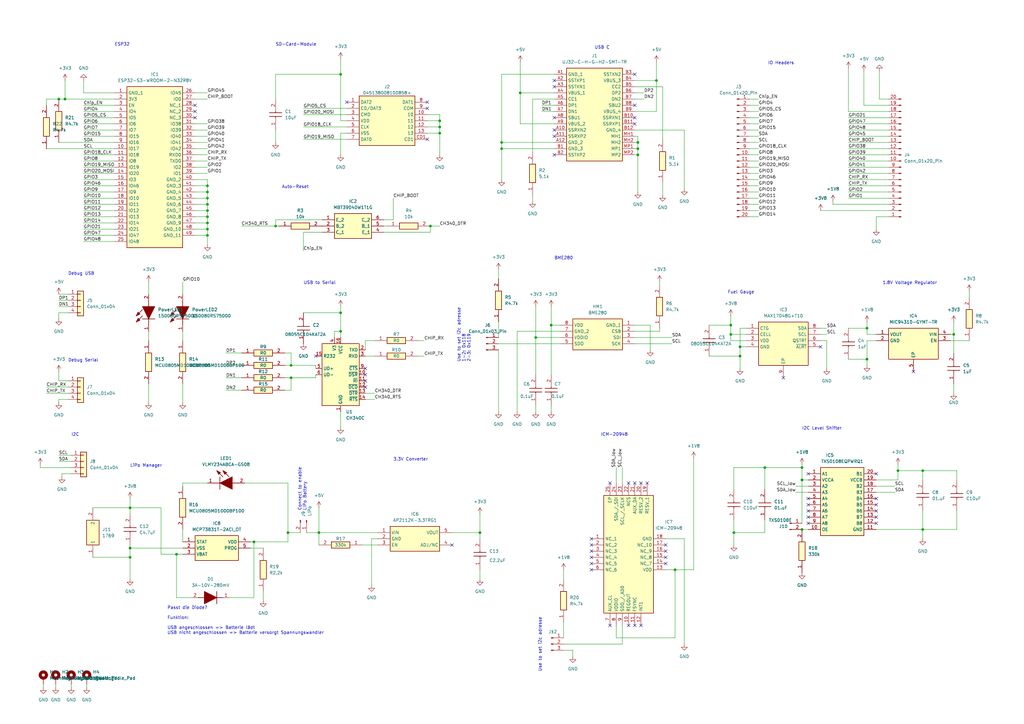
<source format=kicad_sch>
(kicad_sch (version 20250114) (generator "eeschema") (generator_version "9.0")
  (paper "A3")
  (text "I2C Level Shifter" (at 328.93 176.53 0) (effects (font (size 1.27 1.27)) (justify left bottom)))
  (text "Use to set i2c adresse\n" (at 222.25 275.59 90) (effects (font (size 1.27 1.27)) (justify left bottom)))
  (text "1.8V Voltage Regulator" (at 361.95 116.84 0) (effects (font (size 1.27 1.27)) (justify left bottom)))
  (text "Use to set i2c adresse\n1-2: 0x118\n2-3: 0x119" (at 193.04 148.59 90) (effects (font (size 1.27 1.27)) (justify left bottom)))
  (text "I2C" (at 29.21 179.07 0) (effects (font (size 1.27 1.27)) (justify left bottom)))
  (text "Debug USB" (at 27.94 113.03 0) (effects (font (size 1.27 1.27)) (justify left bottom)))
  (text "ICM-20948\n" (at 246.38 179.07 0) (effects (font (size 1.27 1.27)) (justify left bottom)))
  (text "Fuel Gauge" (at 298.45 120.65 0) (effects (font (size 1.27 1.27)) (justify left bottom)))
  (text "IO Headers" (at 314.96 26.67 0) (effects (font (size 1.27 1.27)) (justify left bottom)))
  (text "Connect to enable \nLiPo Battery" (at 125.73 209.55 90) (effects (font (size 1.27 1.27)) (justify left bottom)))
  (text "USB C" (at 243.84 20.32 0) (effects (font (size 1.27 1.27)) (justify left bottom)))
  (text "Passt die Diode?\n\nFunktion: \n\nUSB angeschlossen => Batterie lädt \nUSB nicht angeschlossen => Batterie versorgt Spannungswandler" (at 68.58 260.35 0) (effects (font (size 1.27 1.27)) (justify left bottom)))
  (text "3.3V Converter" (at 161.29 189.23 0) (effects (font (size 1.27 1.27)) (justify left bottom)))
  (text "USB to Serial" (at 124.46 116.84 0) (effects (font (size 1.27 1.27)) (justify left bottom)))
  (text "BME280" (at 227.33 106.68 0) (effects (font (size 1.27 1.27)) (justify left bottom)))
  (text "LiPo Manager" (at 53.34 191.77 0) (effects (font (size 1.27 1.27)) (justify left bottom)))
  (text "ESP32\n" (at 46.99 19.05 0) (effects (font (size 1.27 1.27)) (justify left bottom)))
  (text "Debug Serial" (at 27.94 148.59 0) (effects (font (size 1.27 1.27)) (justify left bottom)))
  (text "SD-Card-Module\n" (at 113.03 19.05 0) (effects (font (size 1.27 1.27)) (justify left bottom)))
  (text "Auto-Reset" (at 115.57 77.47 0) (effects (font (size 1.27 1.27)) (justify left bottom)))
  (junction (at 85.09 91.44))
  (junction (at 303.53 146.05))
  (junction (at 139.7 128.27))
  (junction (at 355.6 147.32))
  (junction (at 139.7 135.89))
  (junction (at 205.74 60.96))
  (junction (at 368.3 193.04))
  (junction (at 391.16 137.16))
  (junction (at 261.62 58.42))
  (junction (at 85.09 86.36))
  (junction (at 119.38 154.94))
  (junction (at 118.11 218.44))
  (junction (at 180.34 52.07))
  (junction (at 130.81 218.44))
  (junction (at 53.34 208.28))
  (junction (at 213.36 38.1))
  (junction (at 261.62 60.96))
  (junction (at 72.39 227.33))
  (junction (at 180.34 49.53))
  (junction (at 378.46 217.17))
  (junction (at 113.03 92.71))
  (junction (at 85.09 93.98))
  (junction (at 269.24 33.02))
  (junction (at 299.72 137.16))
  (junction (at 261.62 63.5))
  (junction (at 355.6 134.62))
  (junction (at 180.34 54.61))
  (junction (at 85.09 96.52))
  (junction (at 196.85 218.44))
  (junction (at 104.14 222.25))
  (junction (at 276.86 233.68))
  (junction (at 205.74 58.42))
  (junction (at 378.46 193.04))
  (junction (at 176.53 92.71))
  (junction (at 299.72 133.35))
  (junction (at 328.93 191.77))
  (junction (at 53.34 224.79))
  (junction (at 226.06 133.35))
  (junction (at 53.34 228.6))
  (junction (at 85.09 83.82))
  (junction (at 24.13 40.64))
  (junction (at 85.09 78.74))
  (junction (at 85.09 81.28))
  (junction (at 26.67 40.64))
  (junction (at 313.69 191.77))
  (junction (at 328.93 196.85))
  (junction (at 85.09 76.2))
  (junction (at 119.38 149.86))
  (junction (at 328.93 217.17))
  (junction (at 303.53 142.24))
  (junction (at 139.7 30.48))
  (junction (at 219.71 138.43))
  (junction (at 85.09 88.9))
  (junction (at 300.99 218.44))
  (no_connect (at 262.89 198.12))
  (no_connect (at 273.05 231.14))
  (no_connect (at 185.42 223.52))
  (no_connect (at 242.57 220.98))
  (no_connect (at 260.35 256.54))
  (no_connect (at 331.47 204.47))
  (no_connect (at 250.19 256.54))
  (no_connect (at 273.05 223.52))
  (no_connect (at 242.57 226.06))
  (no_connect (at 260.35 43.18))
  (no_connect (at 331.47 212.09))
  (no_connect (at 250.19 198.12))
  (no_connect (at 260.35 50.8))
  (no_connect (at 331.47 194.31))
  (no_connect (at 257.81 256.54))
  (no_connect (at 227.33 53.34))
  (no_connect (at 260.35 30.48))
  (no_connect (at 242.57 231.14))
  (no_connect (at 227.33 63.5))
  (no_connect (at 321.31 154.94))
  (no_connect (at 260.35 48.26))
  (no_connect (at 227.33 35.56))
  (no_connect (at 359.41 214.63))
  (no_connect (at 260.35 198.12))
  (no_connect (at 129.54 146.05))
  (no_connect (at 80.01 48.26))
  (no_connect (at 175.26 44.45))
  (no_connect (at 331.47 207.01))
  (no_connect (at 359.41 209.55))
  (no_connect (at 359.41 204.47))
  (no_connect (at 149.86 151.13))
  (no_connect (at 242.57 228.6))
  (no_connect (at 149.86 158.75))
  (no_connect (at 175.26 57.15))
  (no_connect (at 331.47 214.63))
  (no_connect (at 257.81 198.12))
  (no_connect (at 149.86 156.21))
  (no_connect (at 273.05 226.06))
  (no_connect (at 242.57 223.52))
  (no_connect (at 149.86 153.67))
  (no_connect (at 374.65 152.4))
  (no_connect (at 227.33 33.02))
  (no_connect (at 227.33 55.88))
  (no_connect (at 227.33 48.26))
  (no_connect (at 359.41 212.09))
  (no_connect (at 359.41 194.31))
  (no_connect (at 80.01 45.72))
  (no_connect (at 242.57 233.68))
  (no_connect (at 273.05 228.6))
  (no_connect (at 331.47 209.55))
  (no_connect (at 175.26 41.91))
  (no_connect (at 359.41 207.01))
  (no_connect (at 336.55 142.24))
  (no_connect (at 265.43 198.12))
  (no_connect (at 142.24 41.91))
  (no_connect (at 262.89 256.54))
  (no_connect (at 80.01 43.18))
  (wire (pts (xy 347.98 27.94) (xy 347.98 45.72)))
  (wire (pts (xy 227.33 58.42) (xy 205.74 58.42)))
  (wire (pts (xy 19.05 158.75) (xy 27.94 158.75)))
  (wire (pts (xy 118.11 198.12) (xy 118.11 218.44)))
  (wire (pts (xy 299.72 129.54) (xy 299.72 133.35)))
  (wire (pts (xy 359.41 196.85) (xy 368.3 196.85)))
  (wire (pts (xy 347.98 66.04) (xy 364.49 66.04)))
  (wire (pts (xy 80.01 71.12) (xy 85.09 71.12)))
  (wire (pts (xy 124.46 95.25) (xy 124.46 102.87)))
  (wire (pts (xy 347.98 48.26) (xy 364.49 48.26)))
  (wire (pts (xy 124.46 46.99) (xy 142.24 46.99)))
  (wire (pts (xy 260.35 35.56) (xy 271.78 35.56)))
  (wire (pts (xy 306.07 139.7) (xy 299.72 139.7)))
  (wire (pts (xy 260.35 53.34) (xy 280.67 53.34)))
  (wire (pts (xy 34.29 45.72) (xy 46.99 45.72)))
  (wire (pts (xy 53.34 208.28) (xy 38.1 208.28)))
  (wire (pts (xy 347.98 71.12) (xy 364.49 71.12)))
  (wire (pts (xy 24.13 156.21) (xy 27.94 156.21)))
  (wire (pts (xy 113.03 53.34) (xy 113.03 58.42)))
  (wire (pts (xy 85.09 91.44) (xy 85.09 93.98)))
  (wire (pts (xy 328.93 196.85) (xy 328.93 191.77)))
  (wire (pts (xy 24.13 128.27) (xy 24.13 130.81)))
  (wire (pts (xy 252.73 256.54) (xy 252.73 261.62)))
  (wire (pts (xy 80.01 58.42) (xy 85.09 58.42)))
  (wire (pts (xy 273.05 220.98) (xy 280.67 220.98)))
  (wire (pts (xy 154.94 220.98) (xy 152.4 220.98)))
  (wire (pts (xy 260.35 45.72) (xy 269.24 45.72)))
  (wire (pts (xy 261.62 55.88) (xy 261.62 58.42)))
  (wire (pts (xy 129.54 154.94) (xy 129.54 153.67)))
  (wire (pts (xy 204.47 110.49) (xy 204.47 114.3)))
  (wire (pts (xy 74.93 198.12) (xy 74.93 199.39)))
  (wire (pts (xy 313.69 200.66) (xy 313.69 191.77)))
  (wire (pts (xy 311.15 71.12) (xy 307.34 71.12)))
  (wire (pts (xy 175.26 54.61) (xy 180.34 54.61)))
  (wire (pts (xy 205.74 58.42) (xy 205.74 60.96)))
  (wire (pts (xy 260.35 63.5) (xy 261.62 63.5)))
  (wire (pts (xy 129.54 149.86) (xy 129.54 151.13)))
  (wire (pts (xy 80.01 38.1) (xy 85.09 38.1)))
  (wire (pts (xy 300.99 218.44) (xy 300.99 223.52)))
  (wire (pts (xy 347.98 147.32) (xy 355.6 147.32)))
  (wire (pts (xy 24.13 152.4) (xy 24.13 156.21)))
  (wire (pts (xy 227.33 30.48) (xy 205.74 30.48)))
  (wire (pts (xy 113.03 90.17) (xy 113.03 92.71)))
  (wire (pts (xy 261.62 58.42) (xy 261.62 60.96)))
  (wire (pts (xy 303.53 134.62) (xy 303.53 142.24)))
  (wire (pts (xy 260.35 60.96) (xy 261.62 60.96)))
  (wire (pts (xy 378.46 193.04) (xy 368.3 193.04)))
  (wire (pts (xy 347.98 76.2) (xy 364.49 76.2)))
  (wire (pts (xy 92.71 144.78) (xy 99.06 144.78)))
  (wire (pts (xy 85.09 73.66) (xy 85.09 76.2)))
  (wire (pts (xy 60.96 135.89) (xy 60.96 139.7)))
  (wire (pts (xy 114.3 92.71) (xy 113.03 92.71)))
  (wire (pts (xy 359.41 93.98) (xy 359.41 88.9)))
  (wire (pts (xy 85.09 76.2) (xy 85.09 78.74)))
  (wire (pts (xy 161.29 90.17) (xy 157.48 90.17)))
  (wire (pts (xy 124.46 57.15) (xy 142.24 57.15)))
  (wire (pts (xy 80.01 86.36) (xy 85.09 86.36)))
  (wire (pts (xy 364.49 83.82) (xy 341.63 83.82)))
  (wire (pts (xy 359.41 201.93) (xy 367.03 201.93)))
  (wire (pts (xy 368.3 193.04) (xy 368.3 190.5)))
  (wire (pts (xy 354.33 43.18) (xy 354.33 29.21)))
  (wire (pts (xy 92.71 149.86) (xy 99.06 149.86)))
  (wire (pts (xy 341.63 83.82) (xy 341.63 82.55)))
  (wire (pts (xy 85.09 96.52) (xy 85.09 100.33)))
  (wire (pts (xy 16.51 191.77) (xy 16.51 190.5)))
  (wire (pts (xy 328.93 191.77) (xy 328.93 190.5)))
  (wire (pts (xy 34.29 33.02) (xy 34.29 38.1)))
  (wire (pts (xy 46.99 40.64) (xy 26.67 40.64)))
  (wire (pts (xy 255.27 256.54) (xy 255.27 264.16)))
  (wire (pts (xy 311.15 83.82) (xy 307.34 83.82)))
  (wire (pts (xy 219.71 138.43) (xy 229.87 138.43)))
  (wire (pts (xy 19.05 43.18) (xy 19.05 40.64)))
  (wire (pts (xy 132.08 95.25) (xy 124.46 95.25)))
  (wire (pts (xy 149.86 161.29) (xy 153.67 161.29)))
  (wire (pts (xy 72.39 245.11) (xy 72.39 227.33)))
  (wire (pts (xy 80.01 73.66) (xy 85.09 73.66)))
  (wire (pts (xy 24.13 40.64) (xy 26.67 40.64)))
  (wire (pts (xy 130.81 208.28) (xy 130.81 218.44)))
  (wire (pts (xy 226.06 166.37) (xy 226.06 168.91)))
  (wire (pts (xy 364.49 43.18) (xy 354.33 43.18)))
  (wire (pts (xy 280.67 53.34) (xy 280.67 77.47)))
  (wire (pts (xy 157.48 92.71) (xy 158.75 92.71)))
  (wire (pts (xy 34.29 93.98) (xy 46.99 93.98)))
  (wire (pts (xy 149.86 139.7) (xy 153.67 139.7)))
  (wire (pts (xy 34.29 78.74) (xy 46.99 78.74)))
  (wire (pts (xy 26.67 40.64) (xy 26.67 33.02)))
  (wire (pts (xy 359.41 88.9) (xy 364.49 88.9)))
  (wire (pts (xy 119.38 154.94) (xy 129.54 154.94)))
  (wire (pts (xy 391.16 137.16) (xy 391.16 132.08)))
  (wire (pts (xy 261.62 60.96) (xy 261.62 63.5)))
  (wire (pts (xy 326.39 201.93) (xy 331.47 201.93)))
  (wire (pts (xy 124.46 128.27) (xy 139.7 128.27)))
  (wire (pts (xy 359.41 139.7) (xy 355.6 139.7)))
  (wire (pts (xy 270.51 135.89) (xy 270.51 134.62)))
  (wire (pts (xy 29.21 280.67) (xy 29.21 281.94)))
  (wire (pts (xy 80.01 68.58) (xy 85.09 68.58)))
  (wire (pts (xy 219.71 125.73) (xy 219.71 138.43)))
  (wire (pts (xy 53.34 224.79) (xy 74.93 224.79)))
  (wire (pts (xy 255.27 264.16) (xy 231.14 264.16)))
  (wire (pts (xy 171.45 139.7) (xy 173.99 139.7)))
  (wire (pts (xy 311.15 48.26) (xy 307.34 48.26)))
  (wire (pts (xy 378.46 196.85) (xy 378.46 193.04)))
  (wire (pts (xy 231.14 233.68) (xy 231.14 237.49)))
  (wire (pts (xy 74.93 217.17) (xy 74.93 222.25)))
  (wire (pts (xy 24.13 186.69) (xy 29.21 186.69)))
  (wire (pts (xy 34.29 81.28) (xy 46.99 81.28)))
  (wire (pts (xy 397.51 119.38) (xy 397.51 121.92)))
  (wire (pts (xy 139.7 49.53) (xy 139.7 30.48)))
  (wire (pts (xy 161.29 81.28) (xy 161.29 90.17)))
  (wire (pts (xy 347.98 55.88) (xy 364.49 55.88)))
  (wire (pts (xy 34.29 71.12) (xy 46.99 71.12)))
  (wire (pts (xy 130.81 218.44) (xy 154.94 218.44)))
  (wire (pts (xy 205.74 60.96) (xy 205.74 73.66)))
  (wire (pts (xy 80.01 76.2) (xy 85.09 76.2)))
  (wire (pts (xy 85.09 88.9) (xy 85.09 91.44)))
  (wire (pts (xy 392.43 193.04) (xy 378.46 193.04)))
  (wire (pts (xy 93.98 245.11) (xy 104.14 245.11)))
  (wire (pts (xy 116.84 154.94) (xy 119.38 154.94)))
  (wire (pts (xy 113.03 30.48) (xy 139.7 30.48)))
  (wire (pts (xy 85.09 93.98) (xy 85.09 96.52)))
  (wire (pts (xy 303.53 146.05) (xy 303.53 151.13)))
  (wire (pts (xy 280.67 220.98) (xy 280.67 264.16)))
  (wire (pts (xy 24.13 163.83) (xy 24.13 165.1)))
  (wire (pts (xy 176.53 92.71) (xy 176.53 95.25)))
  (wire (pts (xy 34.29 53.34) (xy 46.99 53.34)))
  (wire (pts (xy 260.35 40.64) (xy 264.16 40.64)))
  (wire (pts (xy 347.98 134.62) (xy 355.6 134.62)))
  (wire (pts (xy 137.16 135.89) (xy 139.7 135.89)))
  (wire (pts (xy 311.15 66.04) (xy 307.34 66.04)))
  (wire (pts (xy 311.15 63.5) (xy 307.34 63.5)))
  (wire (pts (xy 299.72 137.16) (xy 306.07 137.16)))
  (wire (pts (xy 260.35 140.97) (xy 275.59 140.97)))
  (wire (pts (xy 300.99 191.77) (xy 313.69 191.77)))
  (wire (pts (xy 391.16 157.48) (xy 391.16 161.29)))
  (wire (pts (xy 180.34 54.61) (xy 180.34 63.5)))
  (wire (pts (xy 219.71 138.43) (xy 219.71 153.67)))
  (wire (pts (xy 300.99 213.36) (xy 300.99 218.44)))
  (wire (pts (xy 80.01 60.96) (xy 85.09 60.96)))
  (wire (pts (xy 273.05 233.68) (xy 276.86 233.68)))
  (wire (pts (xy 269.24 45.72) (xy 269.24 33.02)))
  (wire (pts (xy 336.55 86.36) (xy 364.49 86.36)))
  (wire (pts (xy 34.29 86.36) (xy 46.99 86.36)))
  (wire (pts (xy 80.01 55.88) (xy 85.09 55.88)))
  (wire (pts (xy 378.46 209.55) (xy 378.46 217.17)))
  (wire (pts (xy 260.35 33.02) (xy 269.24 33.02)))
  (wire (pts (xy 306.07 142.24) (xy 303.53 142.24)))
  (wire (pts (xy 213.36 38.1) (xy 227.33 38.1)))
  (wire (pts (xy 336.55 137.16) (xy 339.09 137.16)))
  (wire (pts (xy 355.6 132.08) (xy 355.6 134.62)))
  (wire (pts (xy 142.24 49.53) (xy 139.7 49.53)))
  (wire (pts (xy 66.04 227.33) (xy 72.39 227.33)))
  (wire (pts (xy 34.29 96.52) (xy 46.99 96.52)))
  (wire (pts (xy 180.34 49.53) (xy 180.34 52.07)))
  (wire (pts (xy 66.04 208.28) (xy 53.34 208.28)))
  (wire (pts (xy 19.05 40.64) (xy 24.13 40.64)))
  (wire (pts (xy 313.69 213.36) (xy 313.69 218.44)))
  (wire (pts (xy 213.36 38.1) (xy 213.36 25.4)))
  (wire (pts (xy 205.74 30.48) (xy 205.74 58.42)))
  (wire (pts (xy 347.98 45.72) (xy 364.49 45.72)))
  (wire (pts (xy 60.96 157.48) (xy 60.96 165.1)))
  (wire (pts (xy 74.93 157.48) (xy 74.93 165.1)))
  (wire (pts (xy 311.15 50.8) (xy 307.34 50.8)))
  (wire (pts (xy 107.95 242.57) (xy 107.95 246.38)))
  (wire (pts (xy 270.51 115.57) (xy 270.51 116.84)))
  (wire (pts (xy 116.84 160.02) (xy 119.38 160.02)))
  (wire (pts (xy 269.24 33.02) (xy 269.24 25.4)))
  (wire (pts (xy 196.85 218.44) (xy 185.42 218.44)))
  (wire (pts (xy 142.24 54.61) (xy 139.7 54.61)))
  (wire (pts (xy 149.86 139.7) (xy 149.86 143.51)))
  (wire (pts (xy 139.7 54.61) (xy 139.7 63.5)))
  (wire (pts (xy 92.71 160.02) (xy 99.06 160.02)))
  (wire (pts (xy 104.14 245.11) (xy 104.14 222.25)))
  (wire (pts (xy 326.39 199.39) (xy 331.47 199.39)))
  (wire (pts (xy 34.29 73.66) (xy 46.99 73.66)))
  (wire (pts (xy 355.6 139.7) (xy 355.6 147.32)))
  (wire (pts (xy 100.33 198.12) (xy 118.11 198.12)))
  (wire (pts (xy 311.15 40.64) (xy 307.34 40.64)))
  (wire (pts (xy 260.35 138.43) (xy 275.59 138.43)))
  (wire (pts (xy 347.98 58.42) (xy 364.49 58.42)))
  (wire (pts (xy 116.84 149.86) (xy 119.38 149.86)))
  (wire (pts (xy 74.93 115.57) (xy 74.93 120.65)))
  (wire (pts (xy 227.33 50.8) (xy 213.36 50.8)))
  (wire (pts (xy 204.47 132.08) (xy 204.47 138.43)))
  (wire (pts (xy 311.15 68.58) (xy 307.34 68.58)))
  (wire (pts (xy 22.86 280.67) (xy 22.86 281.94)))
  (wire (pts (xy 328.93 196.85) (xy 328.93 214.63)))
  (wire (pts (xy 231.14 266.7) (xy 234.95 266.7)))
  (wire (pts (xy 80.01 53.34) (xy 85.09 53.34)))
  (wire (pts (xy 80.01 66.04) (xy 85.09 66.04)))
  (wire (pts (xy 392.43 196.85) (xy 392.43 193.04)))
  (wire (pts (xy 24.13 189.23) (xy 29.21 189.23)))
  (wire (pts (xy 311.15 76.2) (xy 307.34 76.2)))
  (wire (pts (xy 34.29 83.82) (xy 46.99 83.82)))
  (wire (pts (xy 260.35 58.42) (xy 261.62 58.42)))
  (wire (pts (xy 116.84 144.78) (xy 119.38 144.78)))
  (wire (pts (xy 176.53 92.71) (xy 180.34 92.71)))
  (wire (pts (xy 80.01 83.82) (xy 85.09 83.82)))
  (wire (pts (xy 80.01 63.5) (xy 85.09 63.5)))
  (wire (pts (xy 80.01 78.74) (xy 85.09 78.74)))
  (wire (pts (xy 99.06 92.71) (xy 113.03 92.71)))
  (wire (pts (xy 311.15 88.9) (xy 307.34 88.9)))
  (wire (pts (xy 34.29 63.5) (xy 46.99 63.5)))
  (wire (pts (xy 306.07 134.62) (xy 303.53 134.62)))
  (wire (pts (xy 368.3 196.85) (xy 368.3 193.04)))
  (wire (pts (xy 311.15 73.66) (xy 307.34 73.66)))
  (wire (pts (xy 252.73 191.77) (xy 252.73 198.12)))
  (wire (pts (xy 311.15 45.72) (xy 307.34 45.72)))
  (wire (pts (xy 53.34 228.6) (xy 53.34 237.49)))
  (wire (pts (xy 347.98 50.8) (xy 364.49 50.8)))
  (wire (pts (xy 347.98 68.58) (xy 364.49 68.58)))
  (wire (pts (xy 389.89 139.7) (xy 397.51 139.7)))
  (wire (pts (xy 85.09 83.82) (xy 85.09 86.36)))
  (wire (pts (xy 360.68 40.64) (xy 364.49 40.64)))
  (wire (pts (xy 25.4 194.31) (xy 25.4 195.58)))
  (wire (pts (xy 347.98 53.34) (xy 364.49 53.34)))
  (wire (pts (xy 355.6 134.62) (xy 355.6 137.16)))
  (wire (pts (xy 152.4 220.98) (xy 152.4 240.03)))
  (wire (pts (xy 313.69 191.77) (xy 328.93 191.77)))
  (wire (pts (xy 311.15 81.28) (xy 307.34 81.28)))
  (wire (pts (xy 226.06 133.35) (xy 229.87 133.35)))
  (wire (pts (xy 271.78 74.93) (xy 271.78 80.01)))
  (wire (pts (xy 226.06 133.35) (xy 226.06 153.67)))
  (wire (pts (xy 260.35 38.1) (xy 264.16 38.1)))
  (wire (pts (xy 139.7 135.89) (xy 139.7 138.43)))
  (wire (pts (xy 391.16 137.16) (xy 391.16 144.78)))
  (wire (pts (xy 78.74 245.11) (xy 72.39 245.11)))
  (wire (pts (xy 276.86 233.68) (xy 284.48 233.68)))
  (wire (pts (xy 85.09 86.36) (xy 85.09 88.9)))
  (wire (pts (xy 102.87 222.25) (xy 104.14 222.25)))
  (wire (pts (xy 80.01 88.9) (xy 85.09 88.9)))
  (wire (pts (xy 260.35 135.89) (xy 270.51 135.89)))
  (wire (pts (xy 299.72 139.7) (xy 299.72 137.16)))
  (wire (pts (xy 204.47 143.51) (xy 204.47 168.91)))
  (wire (pts (xy 336.55 134.62) (xy 339.09 134.62)))
  (wire (pts (xy 66.04 227.33) (xy 66.04 208.28)))
  (wire (pts (xy 149.86 146.05) (xy 153.67 146.05)))
  (wire (pts (xy 222.25 45.72) (xy 227.33 45.72)))
  (wire (pts (xy 311.15 43.18) (xy 307.34 43.18)))
  (wire (pts (xy 124.46 52.07) (xy 142.24 52.07)))
  (wire (pts (xy 355.6 137.16) (xy 359.41 137.16)))
  (wire (pts (xy 261.62 63.5) (xy 261.62 78.74)))
  (wire (pts (xy 313.69 218.44) (xy 300.99 218.44)))
  (wire (pts (xy 139.7 128.27) (xy 139.7 135.89)))
  (wire (pts (xy 204.47 140.97) (xy 229.87 140.97)))
  (wire (pts (xy 234.95 266.7) (xy 234.95 269.24)))
  (wire (pts (xy 175.26 49.53) (xy 180.34 49.53)))
  (wire (pts (xy 271.78 35.56) (xy 271.78 57.15)))
  (wire (pts (xy 119.38 144.78) (xy 119.38 149.86)))
  (wire (pts (xy 80.01 96.52) (xy 85.09 96.52)))
  (wire (pts (xy 132.08 90.17) (xy 113.03 90.17)))
  (wire (pts (xy 196.85 218.44) (xy 196.85 220.98)))
  (wire (pts (xy 157.48 95.25) (xy 176.53 95.25)))
  (wire (pts (xy 347.98 78.74) (xy 364.49 78.74)))
  (wire (pts (xy 218.44 40.64) (xy 218.44 62.23)))
  (wire (pts (xy 27.94 163.83) (xy 24.13 163.83)))
  (wire (pts (xy 175.26 46.99) (xy 180.34 46.99)))
  (wire (pts (xy 300.99 200.66) (xy 300.99 191.77)))
  (wire (pts (xy 360.68 29.21) (xy 360.68 40.64)))
  (wire (pts (xy 38.1 228.6) (xy 53.34 228.6)))
  (wire (pts (xy 85.09 81.28) (xy 85.09 83.82)))
  (wire (pts (xy 392.43 209.55) (xy 392.43 217.17)))
  (wire (pts (xy 252.73 261.62) (xy 276.86 261.62)))
  (wire (pts (xy 118.11 222.25) (xy 118.11 218.44)))
  (wire (pts (xy 359.41 199.39) (xy 367.03 199.39)))
  (wire (pts (xy 119.38 149.86) (xy 129.54 149.86)))
  (wire (pts (xy 53.34 223.52) (xy 53.34 224.79)))
  (wire (pts (xy 34.29 99.06) (xy 46.99 99.06)))
  (wire (pts (xy 34.29 43.18) (xy 46.99 43.18)))
  (wire (pts (xy 175.26 52.07) (xy 180.34 52.07)))
  (wire (pts (xy 311.15 55.88) (xy 307.34 55.88)))
  (wire (pts (xy 347.98 73.66) (xy 364.49 73.66)))
  (wire (pts (xy 311.15 60.96) (xy 307.34 60.96)))
  (wire (pts (xy 255.27 191.77) (xy 255.27 198.12)))
  (wire (pts (xy 260.35 55.88) (xy 261.62 55.88)))
  (wire (pts (xy 347.98 81.28) (xy 364.49 81.28)))
  (wire (pts (xy 34.29 50.8) (xy 46.99 50.8)))
  (wire (pts (xy 53.34 204.47) (xy 53.34 208.28)))
  (wire (pts (xy 24.13 120.65) (xy 27.94 120.65)))
  (wire (pts (xy 74.93 135.89) (xy 74.93 139.7)))
  (wire (pts (xy 85.09 78.74) (xy 85.09 81.28)))
  (wire (pts (xy 17.78 280.67) (xy 17.78 281.94)))
  (wire (pts (xy 290.83 146.05) (xy 303.53 146.05)))
  (wire (pts (xy 171.45 146.05) (xy 173.99 146.05)))
  (wire (pts (xy 227.33 40.64) (xy 218.44 40.64)))
  (wire (pts (xy 34.29 55.88) (xy 46.99 55.88)))
  (wire (pts (xy 276.86 261.62) (xy 276.86 233.68)))
  (wire (pts (xy 336.55 139.7) (xy 339.09 139.7)))
  (wire (pts (xy 311.15 53.34) (xy 307.34 53.34)))
  (wire (pts (xy 29.21 194.31) (xy 25.4 194.31)))
  (wire (pts (xy 392.43 217.17) (xy 378.46 217.17)))
  (wire (pts (xy 53.34 228.6) (xy 53.34 224.79)))
  (wire (pts (xy 226.06 125.73) (xy 226.06 133.35)))
  (wire (pts (xy 222.25 43.18) (xy 227.33 43.18)))
  (wire (pts (xy 34.29 38.1) (xy 46.99 38.1)))
  (wire (pts (xy 389.89 137.16) (xy 391.16 137.16)))
  (wire (pts (xy 347.98 60.96) (xy 364.49 60.96)))
  (wire (pts (xy 196.85 233.68) (xy 196.85 237.49)))
  (wire (pts (xy 29.21 191.77) (xy 16.51 191.77)))
  (wire (pts (xy 227.33 60.96) (xy 205.74 60.96)))
  (wire (pts (xy 92.71 154.94) (xy 99.06 154.94)))
  (wire (pts (xy 130.81 218.44) (xy 130.81 223.52)))
  (wire (pts (xy 80.01 50.8) (xy 85.09 50.8)))
  (wire (pts (xy 118.11 218.44) (xy 123.19 218.44)))
  (wire (pts (xy 35.56 280.67) (xy 35.56 281.94)))
  (wire (pts (xy 139.7 125.73) (xy 139.7 128.27)))
  (wire (pts (xy 266.7 143.51) (xy 266.7 133.35)))
  (wire (pts (xy 80.01 40.64) (xy 85.09 40.64)))
  (wire (pts (xy 213.36 50.8) (xy 213.36 38.1)))
  (wire (pts (xy 180.34 46.99) (xy 180.34 49.53)))
  (wire (pts (xy 113.03 40.64) (xy 113.03 30.48)))
  (wire (pts (xy 102.87 224.79) (xy 107.95 224.79)))
  (wire (pts (xy 299.72 133.35) (xy 299.72 137.16)))
  (wire (pts (xy 34.29 48.26) (xy 46.99 48.26)))
  (wire (pts (xy 125.73 218.44) (xy 130.81 218.44)))
  (wire (pts (xy 290.83 133.35) (xy 299.72 133.35)))
  (wire (pts (xy 328.93 217.17) (xy 331.47 217.17)))
  (wire (pts (xy 180.34 52.07) (xy 180.34 54.61)))
  (wire (pts (xy 359.41 217.17) (xy 378.46 217.17)))
  (wire (pts (xy 347.98 63.5) (xy 364.49 63.5)))
  (wire (pts (xy 72.39 227.33) (xy 74.93 227.33)))
  (wire (pts (xy 80.01 81.28) (xy 85.09 81.28)))
  (wire (pts (xy 212.09 135.89) (xy 212.09 168.91)))
  (wire (pts (xy 219.71 166.37) (xy 219.71 168.91)))
  (wire (pts (xy 139.7 168.91) (xy 139.7 175.26)))
  (wire (pts (xy 80.01 91.44) (xy 85.09 91.44)))
  (wire (pts (xy 339.09 139.7) (xy 339.09 151.13)))
  (wire (pts (xy 311.15 58.42) (xy 307.34 58.42)))
  (wire (pts (xy 124.46 44.45) (xy 142.24 44.45)))
  (wire (pts (xy 34.29 66.04) (xy 46.99 66.04)))
  (wire (pts (xy 378.46 217.17) (xy 378.46 220.98)))
  (wire (pts (xy 24.13 123.19) (xy 27.94 123.19)))
  (wire (pts (xy 34.29 76.2) (xy 46.99 76.2)))
  (wire (pts (xy 196.85 210.82) (xy 196.85 218.44)))
  (wire (pts (xy 284.48 233.68) (xy 284.48 187.96)))
  (wire (pts (xy 229.87 135.89) (xy 212.09 135.89)))
  (wire (pts (xy 231.14 255.27) (xy 231.14 261.62)))
  (wire (pts (xy 104.14 222.25) (xy 118.11 222.25)))
  (wire (pts (xy 53.34 210.82) (xy 53.34 208.28)))
  (wire (pts (xy 34.29 88.9) (xy 46.99 88.9)))
  (wire (pts (xy 355.6 147.32) (xy 355.6 149.86)))
  (wire (pts (xy 85.09 198.12) (xy 74.93 198.12)))
  (wire (pts (xy 218.44 80.01) (xy 218.44 82.55)))
  (wire (pts (xy 119.38 154.94) (xy 119.38 160.02)))
  (wire (pts (xy 148.59 223.52) (xy 154.94 223.52)))
  (wire (pts (xy 24.13 58.42) (xy 46.99 58.42)))
  (wire (pts (xy 34.29 91.44) (xy 46.99 91.44)))
  (wire (pts (xy 19.05 60.96) (xy 46.99 60.96)))
  (wire (pts (xy 34.29 68.58) (xy 46.99 68.58)))
  (wire (pts (xy 80.01 93.98) (xy 85.09 93.98)))
  (wire (pts (xy 266.7 133.35) (xy 260.35 133.35)))
  (wire (pts (xy 311.15 78.74) (xy 307.34 78.74)))
  (wire (pts (xy 331.47 196.85) (xy 328.93 196.85)))
  (wire (pts (xy 149.86 163.83) (xy 153.67 163.83)))
  (wire (pts (xy 139.7 30.48) (xy 139.7 24.13)))
  (wire (pts (xy 303.53 142.24) (xy 303.53 146.05)))
  (wire (pts (xy 311.15 86.36) (xy 307.34 86.36)))
  (wire (pts (xy 24.13 125.73) (xy 27.94 125.73)))
  (wire (pts (xy 137.16 135.89) (xy 137.16 138.43)))
  (wire (pts (xy 19.05 161.29) (xy 27.94 161.29)))
  (wire (pts (xy 60.96 115.57) (xy 60.96 120.65)))
  (wire (pts (xy 27.94 128.27) (xy 24.13 128.27)))
  (label "GPIO47" (at 34.29 96.52 0))
  (label "CH340_RTS" (at 153.67 163.83 0))
  (label "GPIO45" (at 85.09 38.1 0))
  (label "DN2" (at 264.16 40.64 0))
  (label "GPIO21" (at 347.98 48.26 0))
  (label "GPIO10" (at 311.15 78.74 0))
  (label "DP1" (at 92.71 144.78 0))
  (label "GPIO19_MISO" (at 34.29 68.58 0))
  (label "CHIP_RX" (at 19.05 158.75 0))
  (label "DP1" (at 222.25 43.18 0))
  (label "SDA" (at 34.29 58.42 0))
  (label "GPIO47" (at 347.98 50.8 0))
  (label "CHIP_BOOT" (at 347.98 58.42 0))
  (label "GPIO10" (at 34.29 81.28 0))
  (label "GPIO13" (at 311.15 86.36 0))
  (label "GPIO10" (at 74.93 115.57 0))
  (label "SDA_low" (at 326.39 201.93 180))
  (label "CH340_DTR" (at 153.67 161.29 0))
  (label "DN1" (at 92.71 154.94 0))
  (label "GPIO40" (at 85.09 55.88 0))
  (label "GPIO1" (at 85.09 71.12 0))
  (label "SDA" (at 24.13 189.23 0))
  (label "GPIO8" (at 311.15 63.5 0))
  (label "DP1" (at 24.13 123.19 0))
  (label "SDA" (at 367.03 201.93 0))
  (label "GPIO11" (at 34.29 83.82 0))
  (label "CH340_RTS" (at 99.06 92.71 0))
  (label "GPIO12" (at 311.15 83.82 0))
  (label "GPIO42" (at 85.09 60.96 0))
  (label "GPIO2" (at 347.98 78.74 0))
  (label "SCL_low" (at 326.39 199.39 180))
  (label "GPIO46" (at 311.15 73.66 0))
  (label "SCL" (at 367.03 199.39 0))
  (label "GPIO5_CS" (at 34.29 48.26 0))
  (label "GPIO15" (at 34.29 55.88 0))
  (label "GPIO46" (at 34.29 76.2 0))
  (label "Chip_EN" (at 311.15 40.64 0))
  (label "GPIO1" (at 347.98 81.28 0))
  (label "GPIO3" (at 34.29 73.66 0))
  (label "SCL" (at 275.59 140.97 0))
  (label "GPIO21" (at 34.29 93.98 0))
  (label "CHIP_TX" (at 347.98 76.2 0))
  (label "GPIO48" (at 34.29 99.06 0))
  (label "SDA" (at 339.09 134.62 0))
  (label "CHIP_RX" (at 173.99 139.7 0))
  (label "DP2" (at 92.71 149.86 0))
  (label "SDA" (at 275.59 138.43 0))
  (label "GPIO6" (at 34.29 50.8 0))
  (label "GPIO7" (at 34.29 53.34 0))
  (label "CHIP_TX" (at 85.09 66.04 0))
  (label "GPIO9" (at 34.29 78.74 0))
  (label "DN1" (at 222.25 45.72 0))
  (label "GPIO15" (at 311.15 53.34 0))
  (label "Chip_EN" (at 34.29 43.18 0))
  (label "CHIP_TX" (at 173.99 146.05 0))
  (label "SCL" (at 34.29 60.96 0))
  (label "GPIO39" (at 85.09 53.34 0))
  (label "GPIO9" (at 311.15 76.2 0))
  (label "CHIP_RX" (at 347.98 73.66 0))
  (label "GPIO6" (at 311.15 48.26 0))
  (label "GPIO5_CS" (at 311.15 45.72 0))
  (label "GPIO19_MISO" (at 311.15 66.04 0))
  (label "GPIO13" (at 34.29 88.9 0))
  (label "GPIO48" (at 347.98 53.34 0))
  (label "DP2" (at 264.16 38.1 0))
  (label "GPIO39" (at 347.98 63.5 0))
  (label "GPIO11" (at 311.15 81.28 0))
  (label "CHIP_TX" (at 19.05 161.29 0))
  (label "GPIO8" (at 34.29 66.04 0))
  (label "SCL" (at 311.15 58.42 0))
  (label "GPIO40" (at 347.98 66.04 0))
  (label "DN2" (at 92.71 160.02 0))
  (label "GPIO41" (at 347.98 68.58 0))
  (label "DN1" (at 24.13 125.73 0))
  (label "SCL" (at 339.09 137.16 0))
  (label "GPIO4" (at 34.29 45.72 0))
  (label "GPIO7" (at 311.15 50.8 0))
  (label "GPIO18_CLK" (at 34.29 63.5 0))
  (label "GPIO41" (at 85.09 58.42 0))
  (label "GPIO42" (at 347.98 71.12 0))
  (label "GPIO14" (at 311.15 88.9 0))
  (label "CHIP_RX" (at 85.09 63.5 0))
  (label "GPIO18_CLK" (at 124.46 52.07 0))
  (label "SDA" (at 311.15 55.88 0))
  (label "Chip_EN" (at 124.46 102.87 0))
  (label "GPIO19_MISO" (at 124.46 57.15 0))
  (label "GPIO20_MOSI" (at 124.46 46.99 0))
  (label "GPIO38" (at 85.09 50.8 0))
  (label "SCL_low" (at 255.27 191.77 90))
  (label "CHIP_BOOT" (at 161.29 81.28 0))
  (label "GPIO38" (at 347.98 60.96 0))
  (label "GPIO45" (at 347.98 55.88 0))
  (label "GPIO4" (at 311.15 43.18 0))
  (label "GPIO14" (at 34.29 91.44 0))
  (label "GPIO5_CS" (at 124.46 44.45 0))
  (label "CH340_DTR" (at 180.34 92.71 0))
  (label "GPIO20_MOSI" (at 311.15 68.58 0))
  (label "SDA_low" (at 252.73 191.77 90))
  (label "GPIO20_MOSI" (at 34.29 71.12 0))
  (label "GPIO3" (at 311.15 71.12 0))
  (label "GPIO12" (at 34.29 86.36 0))
  (label "CHIP_BOOT" (at 85.09 40.64 0))
  (label "GPIO18_CLK" (at 311.15 60.96 0))
  (label "SCL" (at 24.13 186.69 0))
  (label "GPIO2" (at 85.09 68.58 0))
  (symbol (lib_id "power:GND") (at 234.95 269.24 0) (unit 1)
    (property "Reference" "#PWR065" (effects (hide yes)))
    (property "Value" "GND" (at 234.95 274.32 0))
  )
  (symbol (lib_id "Connector:Conn_01x03_Pin") (at 226.06 264.16 0) (unit 1)
    (property "Reference" "J12" (at 226.695 259.08 0))
    (property "Value" "~" (at 226.695 259.08 0))
    (property "Footprint" "Jumper:SolderJumper-3_P1.3mm_Open_RoundedPad1.0x1.5mm" (effects (hide yes)))
  )
  (symbol (lib_id "power:+3V3") (at 26.67 33.02 0) (unit 1)
    (property "Reference" "#PWR07" (effects (hide yes)))
    (property "Value" "+3V3" (at 26.67 27.94 0))
  )
  (symbol (lib_id "power:GND") (at 218.44 82.55 0) (unit 1)
    (property "Reference" "#PWR016" (effects (hide yes)))
    (property "Value" "GND" (at 218.44 87.63 0))
  )
  (symbol (lib_id "power:GND") (at 180.34 63.5 0) (unit 1)
    (property "Reference" "#PWR011" (effects (hide yes)))
    (property "Value" "GND" (at 180.34 68.58 0))
  )
  (symbol (lib_id "power:GND") (at 17.78 281.94 0) (unit 1)
    (property "Reference" "#PWR066" (effects (hide yes)))
    (property "Value" "GND" (at 17.78 287.02 0))
  )
  (symbol (lib_id "power:GND") (at 300.99 223.52 0) (unit 1)
    (property "Reference" "#PWR057" (effects (hide yes)))
    (property "Value" "GND" (at 300.99 228.6 0))
  )
  (symbol (lib_id "power:GND") (at 53.34 237.49 0) (unit 1)
    (property "Reference" "#PWR060" (effects (hide yes)))
    (property "Value" "GND" (at 53.34 242.57 0))
  )
  (symbol (lib_id "power:GND") (at 359.41 93.98 0) (unit 1)
    (property "Reference" "#PWR019" (effects (hide yes)))
    (property "Value" "GND" (at 359.41 99.06 0))
  )
  (symbol (lib_id "R5.1k:CHP1206AFX-5101ELF") (at 271.78 74.93 90) (unit 1)
    (property "Reference" "R1" (at 274.32 64.77 90) (effects (justify right)))
    (property "Value" "5.1k" (at 274.32 67.31 90) (effects (justify right)))
    (property "Footprint" "R5.1k:RESC3116X65N" (effects (hide yes)))
    (property "Datasheet" "https://www.bourns.com/docs/Product-Datasheets/CHP.pdf" (effects (hide yes)))
    (property "Height" "0.65" (effects (hide yes)))
    (property "Mouser Part Number" "652-CHP1206AFX-5101L" (effects (hide yes)))
    (property "Mouser Price/Stock" "https://www.mouser.co.uk/ProductDetail/Bourns/CHP1206AFX-5101ELF?qs=GedFDFLaBXGIx2HHhlcjEA%3D%3D" (effects (hide yes)))
    (property "Manufacturer_Name" "Bourns" (effects (hide yes)))
    (property "Manufacturer_Part_Number" "CHP1206AFX-5101ELF" (effects (hide yes)))
  )
  (symbol (lib_id "power:GND") (at 196.85 237.49 0) (unit 1)
    (property "Reference" "#PWR061" (effects (hide yes)))
    (property "Value" "GND" (at 196.85 242.57 0))
  )
  (symbol (lib_id "power:GND") (at 113.03 58.42 0) (unit 1)
    (property "Reference" "#PWR09" (effects (hide yes)))
    (property "Value" "GND" (at 113.03 63.5 0))
  )
  (symbol (lib_id "power:+3V3") (at 24.13 152.4 0) (unit 1)
    (property "Reference" "#PWR038" (effects (hide yes)))
    (property "Value" "+3V3" (at 24.13 147.32 0))
  )
  (symbol (lib_id "MBT3904DW1T1G:MBT3904DW1T1G") (at 132.08 90.17 0) (unit 1)
    (property "Reference" "IC2" (at 144.78 82.55 0))
    (property "Value" "MBT3904DW1T1G" (at 144.78 85.09 0))
    (property "Footprint" "MBT3904DW1T1G:SOT65P210X110-6N" (effects (hide yes)))
    (property "Datasheet" "http://www.onsemi.com/pub/Collateral/MBT3904DW1T1-D.PDF" (effects (hide yes)))
    (property "Height" "1.1" (effects (hide yes)))
    (property "Mouser Part Number" "863-MBT3904DW1T1G" (effects (hide yes)))
    (property "Mouser Price/Stock" "https://www.mouser.co.uk/ProductDetail/onsemi/MBT3904DW1T1G?qs=3JMERSakebosaBSFCYL6kw%3D%3D" (effects (hide yes)))
    (property "Manufacturer_Name" "onsemi" (effects (hide yes)))
    (property "Manufacturer_Part_Number" "MBT3904DW1T1G" (effects (hide yes)))
  )
  (symbol (lib_id "R0:WSL080500000ZEA9") (at 153.67 139.7 0) (unit 1)
    (property "Reference" "R7" (at 162.56 137.16 0))
    (property "Value" "R0" (at 162.56 139.7 0))
    (property "Footprint" "R0:RESC2013X84N" (effects (hide yes)))
    (property "Datasheet" "https://ad.componentsearchengine.com/Datasheets/2/WSL080500000ZEA9.pdf" (effects (hide yes)))
    (property "Height" "0.838" (effects (hide yes)))
    (property "Mouser Part Number" "71-WSL080500000ZEA9" (effects (hide yes)))
    (property "Mouser Price/Stock" "https://www.mouser.co.uk/ProductDetail/Vishay-Dale/WSL080500000ZEA9?qs=f1l5vAGoKgsImKS87N8TmQ%3D%3D" (effects (hide yes)))
    (property "Manufacturer_Name" "Vishay" (effects (hide yes)))
    (property "Manufacturer_Part_Number" "WSL080500000ZEA9" (effects (hide yes)))
  )
  (symbol (lib_id "power:GND") (at 107.95 246.38 0) (unit 1)
    (property "Reference" "#PWR063" (effects (hide yes)))
    (property "Value" "GND" (at 107.95 251.46 0))
  )
  (symbol (lib_id "power:GND") (at 24.13 130.81 0) (unit 1)
    (property "Reference" "#PWR030" (effects (hide yes)))
    (property "Value" "GND" (at 24.13 135.89 0))
  )
  (symbol (lib_id "Mechanical:MountingHole_Pad") (at 17.78 278.13 0) (unit 1)
    (property "Reference" "H1" (at 20.32 275.59 0) (effects (justify left)))
    (property "Value" "MountingHole_Pad" (at 20.32 278.13 0) (effects (justify left)))
    (property "Footprint" "MountingHole:MountingHole_3.2mm_M3_DIN965_Pad_TopBottom" (effects (hide yes)))
  )
  (symbol (lib_id "power:GND") (at 355.6 149.86 0) (unit 1)
    (property "Reference" "#PWR035" (effects (hide yes)))
    (property "Value" "GND" (at 355.6 154.94 0))
  )
  (symbol (lib_id "C4.7uF:C0805C475K4RACAUTO") (at 53.34 223.52 90) (unit 1)
    (property "Reference" "C12" (at 57.15 215.9 90) (effects (justify right)))
    (property "Value" "C4.7uF" (at 57.15 218.44 90) (effects (justify right)))
    (property "Footprint" "C4.7uF:C0805" (effects (hide yes)))
    (property "Datasheet" "https://content.kemet.com/datasheets/KEM_C1023_X7R_AUTO_SMD.pdf" (effects (hide yes)))
    (property "Height" "1.1" (effects (hide yes)))
    (property "Mouser Part Number" "80-C0805C475K4RAUTO" (effects (hide yes)))
    (property "Mouser Price/Stock" "https://www.mouser.co.uk/ProductDetail/KEMET/C0805C475K4RACAUTO?qs=5aG0NVq1C4ylVy6uHLO5iQ%3D%3D" (effects (hide yes)))
    (property "Manufacturer_Name" "KEMET" (effects (hide yes)))
    (property "Manufacturer_Part_Number" "C0805C475K4RACAUTO" (effects (hide yes)))
  )
  (symbol (lib_id "power:+3V3") (at 60.96 115.57 0) (unit 1)
    (property "Reference" "#PWR022" (effects (hide yes)))
    (property "Value" "+3V3" (at 60.96 110.49 0))
  )
  (symbol (lib_id "R4.7k:CRCW08054K70FKEC") (at 19.05 60.96 90) (unit 1)
    (property "Reference" "R22" (at 21.59 50.8 90) (effects (justify right)))
    (property "Value" "R4.7k" (at 21.59 53.34 90) (effects (justify right)))
    (property "Footprint" "R4.7k:RESC2012X50N" (effects (hide yes)))
    (property "Datasheet" "http://www.vishay.com/docs/20035/dcrcwe3.pdf" (effects (hide yes)))
    (property "Height" "0.5" (effects (hide yes)))
    (property "Mouser Part Number" "71-CRCW08054K70FKEC" (effects (hide yes)))
    (property "Mouser Price/Stock" "https://www.mouser.co.uk/ProductDetail/Vishay-Dale/CRCW08054K70FKEC?qs=91KZXgJlsz5QqiFhYh67ag%3D%3D" (effects (hide yes)))
    (property "Manufacturer_Name" "Vishay" (effects (hide yes)))
    (property "Manufacturer_Part_Number" "CRCW08054K70FKEC" (effects (hide yes)))
  )
  (symbol (lib_id "R4.7k:CRCW08054K70FKEC") (at 397.51 139.7 90) (unit 1)
    (property "Reference" "R8" (at 400.05 129.54 90) (effects (justify right)))
    (property "Value" "R4.7k" (at 400.05 132.08 90) (effects (justify right)))
    (property "Footprint" "R4.7k:RESC2012X50N" (effects (hide yes)))
    (property "Datasheet" "http://www.vishay.com/docs/20035/dcrcwe3.pdf" (effects (hide yes)))
    (property "Height" "0.5" (effects (hide yes)))
    (property "Mouser Part Number" "71-CRCW08054K70FKEC" (effects (hide yes)))
    (property "Mouser Price/Stock" "https://www.mouser.co.uk/ProductDetail/Vishay-Dale/CRCW08054K70FKEC?qs=91KZXgJlsz5QqiFhYh67ag%3D%3D" (effects (hide yes)))
    (property "Manufacturer_Name" "Vishay" (effects (hide yes)))
    (property "Manufacturer_Part_Number" "CRCW08054K70FKEC" (effects (hide yes)))
  )
  (symbol (lib_id "power:GND") (at 280.67 77.47 0) (unit 1)
    (property "Reference" "#PWR013" (effects (hide yes)))
    (property "Value" "GND" (at 280.67 82.55 0))
  )
  (symbol (lib_id "R4.7k:CRCW08054K70FKEC") (at 231.14 255.27 90) (unit 1)
    (property "Reference" "R20" (at 233.68 245.11 90) (effects (justify right)))
    (property "Value" "R4.7k" (at 233.68 247.65 90) (effects (justify right)))
    (property "Footprint" "R4.7k:RESC2012X50N" (effects (hide yes)))
    (property "Datasheet" "http://www.vishay.com/docs/20035/dcrcwe3.pdf" (effects (hide yes)))
    (property "Height" "0.5" (effects (hide yes)))
    (property "Mouser Part Number" "71-CRCW08054K70FKEC" (effects (hide yes)))
    (property "Mouser Price/Stock" "https://www.mouser.co.uk/ProductDetail/Vishay-Dale/CRCW08054K70FKEC?qs=91KZXgJlsz5QqiFhYh67ag%3D%3D" (effects (hide yes)))
    (property "Manufacturer_Name" "Vishay" (effects (hide yes)))
    (property "Manufacturer_Part_Number" "CRCW08054K70FKEC" (effects (hide yes)))
  )
  (symbol (lib_id "R4.7k:CRCW08054K70FKEC") (at 24.13 58.42 90) (unit 1)
    (property "Reference" "R21" (at 26.67 48.26 90) (effects (justify right)))
    (property "Value" "R4.7k" (at 26.67 50.8 90) (effects (justify right)))
    (property "Footprint" "R4.7k:RESC2012X50N" (effects (hide yes)))
    (property "Datasheet" "http://www.vishay.com/docs/20035/dcrcwe3.pdf" (effects (hide yes)))
    (property "Height" "0.5" (effects (hide yes)))
    (property "Mouser Part Number" "71-CRCW08054K70FKEC" (effects (hide yes)))
    (property "Mouser Price/Stock" "https://www.mouser.co.uk/ProductDetail/Vishay-Dale/CRCW08054K70FKEC?qs=91KZXgJlsz5QqiFhYh67ag%3D%3D" (effects (hide yes)))
    (property "Manufacturer_Name" "Vishay" (effects (hide yes)))
    (property "Manufacturer_Part_Number" "CRCW08054K70FKEC" (effects (hide yes)))
  )
  (symbol (lib_id "power:GND") (at 391.16 161.29 0) (unit 1)
    (property "Reference" "#PWR039" (effects (hide yes)))
    (property "Value" "GND" (at 391.16 165.1 0))
  )
  (symbol (lib_id "power:+3V3") (at 139.7 24.13 0) (unit 1)
    (property "Reference" "#PWR01" (effects (hide yes)))
    (property "Value" "+3V3" (at 139.7 19.05 0))
  )
  (symbol (lib_id "C1uF:KAF21KR71H105KU") (at 347.98 147.32 90) (unit 1)
    (property "Reference" "C4" (at 351.79 139.7 90) (effects (justify right)))
    (property "Value" "1uF" (at 351.79 142.24 90) (effects (justify right)))
    (property "Footprint" "C1uF:CAPC2012X140N" (effects (hide yes)))
    (property "Datasheet" "https://spicat.kyocera-avx.com/product/mlcc/chartview/KAF21KR71H105KU/DataSheet/X7R" (effects (hide yes)))
    (property "Height" "1.4" (effects (hide yes)))
    (property "Mouser Part Number" "581-KAF21KR71H105KU" (effects (hide yes)))
    (property "Mouser Price/Stock" "https://www.mouser.co.uk/ProductDetail/KYOCERA-AVX/KAF21KR71H105KU?qs=Jm2GQyTW%2FbgoO162vt8JKQ%3D%3D" (effects (hide yes)))
    (property "Manufacturer_Name" "KYOCERA" (effects (hide yes)))
    (property "Manufacturer_Part_Number" "KAF21KR71H105KU" (effects (hide yes)))
  )
  (symbol (lib_id "C0.1uF:08055C104KAT2A") (at 378.46 209.55 90) (unit 1)
    (property "Reference" "C8" (at 382.27 201.93 90) (effects (justify right)))
    (property "Value" "01.uF" (at 382.27 204.47 90) (effects (justify right)))
    (property "Footprint" "C0.1uF:CAPC2012X94N" (effects (hide yes)))
    (property "Datasheet" "http://datasheets.avx.com/X7RDielectric.pdf" (effects (hide yes)))
    (property "Height" "0.94" (effects (hide yes)))
    (property "Mouser Part Number" "581-08055C104K" (effects (hide yes)))
    (property "Mouser Price/Stock" "https://www.mouser.co.uk/ProductDetail/AVX/08055C104KAT2A?qs=2ujN4bDBNE9mJvapP%252BjopA%3D%3D" (effects (hide yes)))
    (property "Manufacturer_Name" "AVX" (effects (hide yes)))
    (property "Manufacturer_Part_Number" "08055C104KAT2A" (effects (hide yes)))
  )
  (symbol (lib_id "power:GND") (at 360.68 29.21 180) (unit 1)
    (property "Reference" "#PWR06" (effects (hide yes)))
    (property "Value" "GND" (at 360.68 24.13 0))
  )
  (symbol (lib_id "power:+5V") (at 354.33 29.21 0) (unit 1)
    (property "Reference" "#PWR05" (effects (hide yes)))
    (property "Value" "+5V" (at 354.33 24.13 0))
  )
  (symbol (lib_id "R10k:MCT0603MG1002BP500") (at 158.75 92.71 0) (unit 1)
    (property "Reference" "R4" (at 167.64 86.36 0))
    (property "Value" "10k" (at 167.64 88.9 0))
    (property "Footprint" "R10k:RESC1608X55N" (effects (hide yes)))
    (property "Datasheet" "http://www.vishay.com/docs/28705/mcx0x0xpro.pdf" (effects (hide yes)))
    (property "Height" "0.55" (effects (hide yes)))
    (property "Mouser Part Number" "594-MCT0603MG1002BP5" (effects (hide yes)))
    (property "Mouser Price/Stock" "https://www.mouser.co.uk/ProductDetail/Vishay-Beyschlag/MCT0603MG1002BP500?qs=Y0Uzf4wQF3kTztUxcSxY1w%3D%3D" (effects (hide yes)))
    (property "Manufacturer_Name" "Vishay" (effects (hide yes)))
    (property "Manufacturer_Part_Number" "MCT0603MG1002BP500" (effects (hide yes)))
  )
  (symbol (lib_id "R4.7k:CRCW08054K70FKEC") (at 270.51 134.62 90) (unit 1)
    (property "Reference" "R6" (at 273.05 124.46 90) (effects (justify right)))
    (property "Value" "R4.7k" (at 273.05 127 90) (effects (justify right)))
    (property "Footprint" "R4.7k:RESC2012X50N" (effects (hide yes)))
    (property "Datasheet" "http://www.vishay.com/docs/20035/dcrcwe3.pdf" (effects (hide yes)))
    (property "Height" "0.5" (effects (hide yes)))
    (property "Mouser Part Number" "71-CRCW08054K70FKEC" (effects (hide yes)))
    (property "Mouser Price/Stock" "https://www.mouser.co.uk/ProductDetail/Vishay-Dale/CRCW08054K70FKEC?qs=91KZXgJlsz5QqiFhYh67ag%3D%3D" (effects (hide yes)))
    (property "Manufacturer_Name" "Vishay" (effects (hide yes)))
    (property "Manufacturer_Part_Number" "CRCW08054K70FKEC" (effects (hide yes)))
  )
  (symbol (lib_id "power:+1V8") (at 328.93 190.5 0) (unit 1)
    (property "Reference" "#PWR050" (effects (hide yes)))
    (property "Value" "+1V8" (at 328.93 185.42 0))
  )
  (symbol (lib_id "power:GND") (at 219.71 168.91 0) (unit 1)
    (property "Reference" "#PWR045" (effects (hide yes)))
    (property "Value" "GND" (at 219.71 173.99 0))
  )
  (symbol (lib_id "ESP32-S3-WROOM-2-N32R8V:ESP32-S3-WROOM-2-N32R8V") (at 46.99 38.1 0) (unit 1)
    (property "Reference" "IC1" (at 63.5 30.48 0))
    (property "Value" "ESP32-S3-WROOM-2-N32R8V" (at 63.5 33.02 0))
    (property "Footprint" "ESP32-S3-WROOM-2:ESP32S3WROOM2N32R8V" (effects (hide yes)))
    (property "Datasheet" "https://www.espressif.com/sites/default/files/documentation/esp32-s3-wroom-2_datasheet_en.pdf" (effects (hide yes)))
    (property "Height" "3.25" (effects (hide yes)))
    (property "Mouser Part Number" "356-ESP3S3WRM2N32R8V" (effects (hide yes)))
    (property "Mouser Price/Stock" "https://www.mouser.co.uk/ProductDetail/Espressif-Systems/ESP32-S3-WROOM-2-N32R8V?qs=Li%252BoUPsLEntC3FaT%2FvCeug%3D%3D" (effects (hide yes)))
    (property "Manufacturer_Name" "Espressif Systems" (effects (hide yes)))
    (property "Manufacturer_Part_Number" "ESP32-S3-WROOM-2-N32R8V" (effects (hide yes)))
  )
  (symbol (lib_id "power:+1V8") (at 355.6 132.08 0) (unit 1)
    (property "Reference" "#PWR031" (effects (hide yes)))
    (property "Value" "+1V8" (at 355.6 127 0))
  )
  (symbol (lib_id "power:GND") (at 303.53 151.13 0) (unit 1)
    (property "Reference" "#PWR036" (effects (hide yes)))
    (property "Value" "GND" (at 303.53 156.21 0))
  )
  (symbol (lib_id "power:GND") (at 85.09 100.33 0) (unit 1)
    (property "Reference" "#PWR020" (effects (hide yes)))
    (property "Value" "GND" (at 85.09 105.41 0))
  )
  (symbol (lib_id "MCP73831T-2ACI_OT:MCP73831T-2ACI_OT") (at 74.93 222.25 0) (unit 1)
    (property "Reference" "IC8" (at 88.9 214.63 0))
    (property "Value" "MCP73831T-2ACI_OT" (at 88.9 217.17 0))
    (property "Footprint" "MCP73831:SOT95P270X145-5N" (effects (hide yes)))
    (property "Datasheet" "http://ww1.microchip.com/downloads/en/DeviceDoc/20001984g.pdf" (effects (hide yes)))
    (property "Height" "1.45" (effects (hide yes)))
    (property "Mouser Part Number" "579-MCP73831T-2ACIOT" (effects (hide yes)))
    (property "Mouser Price/Stock" "https://www.mouser.co.uk/ProductDetail/Microchip-Technology/MCP73831T-2ACI-OT?qs=yUQqVecv4qvbBQBGbHx0Mw%3D%3D" (effects (hide yes)))
    (property "Manufacturer_Name" "Microchip" (effects (hide yes)))
    (property "Manufacturer_Part_Number" "MCP73831T-2ACI/OT" (effects (hide yes)))
  )
  (symbol (lib_id "power:+1V8") (at 341.63 82.55 0) (unit 1)
    (property "Reference" "#PWR017" (effects (hide yes)))
    (property "Value" "+1V8" (at 341.63 77.47 0))
  )
  (symbol (lib_id "BME280:BME280") (at 229.87 133.35 0) (unit 1)
    (property "Reference" "HM1" (at 245.11 125.73 0))
    (property "Value" "BME280" (at 245.11 128.27 0))
    (property "Footprint" "BME280:BME280" (effects (hide yes)))
    (property "Datasheet" "https://datasheet.datasheetarchive.com/originals/distributors/DKDS-24/462906.pdf" (effects (hide yes)))
    (property "Mouser Part Number" "262-BME280" (effects (hide yes)))
    (property "Mouser Price/Stock" "https://www.mouser.co.uk/ProductDetail/Bosch-Sensortec/BME280?qs=2OnyuXx6vpj2fK9HX7qb3g%3D%3D" (effects (hide yes)))
    (property "Manufacturer_Name" "BOSCH" (effects (hide yes)))
    (property "Manufacturer_Part_Number" "BME280" (effects (hide yes)))
  )
  (symbol (lib_id "R4.7k:CRCW08054K70FKEC") (at 204.47 132.08 90) (unit 1)
    (property "Reference" "R5" (at 207.01 121.92 90) (effects (justify right)))
    (property "Value" "R4.7k" (at 207.01 124.46 90) (effects (justify right)))
    (property "Footprint" "R4.7k:RESC2012X50N" (effects (hide yes)))
    (property "Datasheet" "http://www.vishay.com/docs/20035/dcrcwe3.pdf" (effects (hide yes)))
    (property "Height" "0.5" (effects (hide yes)))
    (property "Mouser Part Number" "71-CRCW08054K70FKEC" (effects (hide yes)))
    (property "Mouser Price/Stock" "https://www.mouser.co.uk/ProductDetail/Vishay-Dale/CRCW08054K70FKEC?qs=91KZXgJlsz5QqiFhYh67ag%3D%3D" (effects (hide yes)))
    (property "Manufacturer_Name" "Vishay" (effects (hide yes)))
    (property "Manufacturer_Part_Number" "CRCW08054K70FKEC" (effects (hide yes)))
  )
  (symbol (lib_id "R100:MCU0805MD1000BP100") (at 74.93 139.7 270) (unit 1)
    (property "Reference" "R14" (at 77.47 147.32 90) (effects (justify left)))
    (property "Value" "MCU0805MD1000BP100" (at 77.47 149.86 90) (effects (justify left)))
    (property "Footprint" "RESC2012X62N" (effects (hide yes)))
    (property "Datasheet" "https://www.vishay.com/docs/28785/mc-at-precision.pdf" (effects (hide yes)))
    (property "Height" "0.62" (effects (hide yes)))
    (property "Mouser Part Number" "594-MCU0805MD1000BP1" (effects (hide yes)))
    (property "Mouser Price/Stock" "https://www.mouser.co.uk/ProductDetail/Vishay-Beyschlag/MCU0805MD1000BP100?qs=EzBFWPtgsb015XfErCbUxw%3D%3D" (effects (hide yes)))
    (property "Manufacturer_Name" "Vishay" (effects (hide yes)))
    (property "Manufacturer_Part_Number" "MCU0805MD1000BP100" (effects (hide yes)))
  )
  (symbol (lib_id "power:+3V3") (at 16.51 190.5 0) (unit 1)
    (property "Reference" "#PWR049" (effects (hide yes)))
    (property "Value" "+3V3" (at 16.51 185.42 0))
  )
  (symbol (lib_id "power:+3V3") (at 368.3 190.5 0) (mirror y) (unit 1)
    (property "Reference" "#PWR051" (effects (hide yes)))
    (property "Value" "+3V3" (at 368.3 185.42 0))
  )
  (symbol (lib_id "power:+5V") (at 269.24 25.4 0) (unit 1)
    (property "Reference" "#PWR03" (effects (hide yes)))
    (property "Value" "+5V" (at 269.24 20.32 0))
  )
  (symbol (lib_id "power:+5V") (at 24.13 120.65 0) (unit 1)
    (property "Reference" "#PWR025" (effects (hide yes)))
    (property "Value" "+5V" (at 24.13 115.57 0))
  )
  (symbol (lib_id "MIC94310-GYMT-TR:MIC94310-GYMT-TR") (at 359.41 137.16 0) (unit 1)
    (property "Reference" "IC4" (at 374.65 129.54 0))
    (property "Value" "MIC94310-GYMT-TR" (at 374.65 132.08 0))
    (property "Footprint" "MIC94310-GYMT-TR:SON50P155X120X60-5N-D" (effects (hide yes)))
    (property "Datasheet" "http://ww1.microchip.com/downloads/en/devicedoc/mic94310.pdf" (effects (hide yes)))
    (property "Height" "0.6" (effects (hide yes)))
    (property "Mouser Part Number" "998-MIC94310-GYMTTR" (effects (hide yes)))
    (property "Mouser Price/Stock" "https://www.mouser.co.uk/ProductDetail/Microchip-Technology-Micrel/MIC94310-GYMT-TR?qs=Y3Q3JoKAO1SQAQin0a0yCA%3D%3D" (effects (hide yes)))
    (property "Manufacturer_Name" "Microchip" (effects (hide yes)))
    (property "Manufacturer_Part_Number" "MIC94310-GYMT-TR" (effects (hide yes)))
  )
  (symbol (lib_id "power:+3V3") (at 204.47 110.49 0) (unit 1)
    (property "Reference" "#PWR021" (effects (hide yes)))
    (property "Value" "+3V3" (at 204.47 105.41 0))
  )
  (symbol (lib_id "C0.1uF:08055C104KAT2A") (at 290.83 146.05 90) (unit 1)
    (property "Reference" "C3" (at 294.64 138.43 90) (effects (justify right)))
    (property "Value" "08055C104KAT2A" (at 283.21 140.97 90) (effects (justify right)))
    (property "Footprint" "C0.1uF:CAPC2012X94N" (effects (hide yes)))
    (property "Datasheet" "http://datasheets.avx.com/X7RDielectric.pdf" (effects (hide yes)))
    (property "Height" "0.94" (effects (hide yes)))
    (property "Mouser Part Number" "581-08055C104K" (effects (hide yes)))
    (property "Mouser Price/Stock" "https://www.mouser.co.uk/ProductDetail/AVX/08055C104KAT2A?qs=2ujN4bDBNE9mJvapP%252BjopA%3D%3D" (effects (hide yes)))
    (property "Manufacturer_Name" "AVX" (effects (hide yes)))
    (property "Manufacturer_Part_Number" "08055C104KAT2A" (effects (hide yes)))
  )
  (symbol (lib_id "C0.1uF:08055C104KAT2A") (at 219.71 166.37 90) (unit 1)
    (property "Reference" "C6" (at 214.63 157.48 90) (effects (justify right)))
    (property "Value" "0.1uF" (at 213.36 162.56 90) (effects (justify right)))
    (property "Footprint" "C0.1uF:CAPC2012X94N" (effects (hide yes)))
    (property "Datasheet" "http://datasheets.avx.com/X7RDielectric.pdf" (effects (hide yes)))
    (property "Height" "0.94" (effects (hide yes)))
    (property "Mouser Part Number" "581-08055C104K" (effects (hide yes)))
    (property "Mouser Price/Stock" "https://www.mouser.co.uk/ProductDetail/AVX/08055C104KAT2A?qs=2ujN4bDBNE9mJvapP%252BjopA%3D%3D" (effects (hide yes)))
    (property "Manufacturer_Name" "AVX" (effects (hide yes)))
    (property "Manufacturer_Part_Number" "08055C104KAT2A" (effects (hide yes)))
  )
  (symbol (lib_id "R10k:MCT0603MG1002BP500") (at 114.3 92.71 0) (unit 1)
    (property "Reference" "R3" (at 123.19 86.36 0))
    (property "Value" "10k" (at 123.19 88.9 0))
    (property "Footprint" "R10k:RESC1608X55N" (effects (hide yes)))
    (property "Datasheet" "http://www.vishay.com/docs/28705/mcx0x0xpro.pdf" (effects (hide yes)))
    (property "Height" "0.55" (effects (hide yes)))
    (property "Mouser Part Number" "594-MCT0603MG1002BP5" (effects (hide yes)))
    (property "Mouser Price/Stock" "https://www.mouser.co.uk/ProductDetail/Vishay-Beyschlag/MCT0603MG1002BP500?qs=Y0Uzf4wQF3kTztUxcSxY1w%3D%3D" (effects (hide yes)))
    (property "Manufacturer_Name" "Vishay" (effects (hide yes)))
    (property "Manufacturer_Part_Number" "MCT0603MG1002BP500" (effects (hide yes)))
  )
  (symbol (lib_id "power:GND") (at 25.4 195.58 0) (unit 1)
    (property "Reference" "#PWR052" (effects (hide yes)))
    (property "Value" "GND" (at 25.4 200.66 0))
  )
  (symbol (lib_id "power:GND") (at 266.7 143.51 0) (unit 1)
    (property "Reference" "#PWR034" (effects (hide yes)))
    (property "Value" "GND" (at 266.7 148.59 0))
  )
  (symbol (lib_id "Connector_Generic:Conn_01x04") (at 33.02 158.75 0) (unit 1)
    (property "Reference" "J7" (at 35.56 158.75 0) (effects (justify left)))
    (property "Value" "Conn_01x04" (at 35.56 161.29 0) (effects (justify left)))
    (property "Footprint" "Connector_PinSocket_2.54mm:PinSocket_1x04_P2.54mm_Vertical" (effects (hide yes)))
  )
  (symbol (lib_id "ICM-20948:ICM-20948") (at 242.57 220.98 0) (unit 1)
    (property "Reference" "IC7" (at 274.32 214.0519 0))
    (property "Value" "ICM-20948" (at 274.32 216.5919 0))
    (property "Footprint" "ICM-20948:QFN40P300X300X105-25N-D" (effects (hide yes)))
    (property "Datasheet" "https://product.tdk.com/system/files/dam/doc/product/sensor/mortion-inertial/imu/data_sheet/ds-000189-icm-20948-v1.3.pdf" (effects (hide yes)))
    (property "Height" "1.05" (effects (hide yes)))
    (property "Mouser Part Number" "410-ICM-20948" (effects (hide yes)))
    (property "Mouser Price/Stock" "https://www.mouser.co.uk/ProductDetail/TDK-InvenSense/ICM-20948?qs=u4fy%2FsgLU9OtGc31yF%2Friw%3D%3D" (effects (hide yes)))
    (property "Manufacturer_Name" "TDK" (effects (hide yes)))
    (property "Manufacturer_Part_Number" "ICM-20948" (effects (hide yes)))
  )
  (symbol (lib_id "power:GND") (at 204.47 168.91 0) (unit 1)
    (property "Reference" "#PWR043" (effects (hide yes)))
    (property "Value" "GND" (at 204.47 173.99 0))
  )
  (symbol (lib_id "power:+1V8") (at 284.48 187.96 0) (unit 1)
    (property "Reference" "#PWR048" (effects (hide yes)))
    (property "Value" "+1V8" (at 284.48 182.88 0))
  )
  (symbol (lib_id "C0.1uF:08055C104KAT2A") (at 124.46 140.97 90) (unit 1)
    (property "Reference" "C2" (at 128.27 133.35 90) (effects (justify right)))
    (property "Value" "08055C104KAT2A" (at 116.84 137.16 90) (effects (justify right)))
    (property "Footprint" "C0.1uF:CAPC2012X94N" (effects (hide yes)))
    (property "Datasheet" "http://datasheets.avx.com/X7RDielectric.pdf" (effects (hide yes)))
    (property "Height" "0.94" (effects (hide yes)))
    (property "Mouser Part Number" "581-08055C104K" (effects (hide yes)))
    (property "Mouser Price/Stock" "https://www.mouser.co.uk/ProductDetail/AVX/08055C104KAT2A?qs=2ujN4bDBNE9mJvapP%252BjopA%3D%3D" (effects (hide yes)))
    (property "Manufacturer_Name" "AVX" (effects (hide yes)))
    (property "Manufacturer_Part_Number" "08055C104KAT2A" (effects (hide yes)))
  )
  (symbol (lib_id "Mechanical:MountingHole_Pad") (at 35.56 278.13 0) (unit 1)
    (property "Reference" "H4" (at 38.1 275.59 0) (effects (justify left)))
    (property "Value" "MountingHole_Pad" (at 38.1 278.13 0) (effects (justify left)))
    (property "Footprint" "MountingHole:MountingHole_3.2mm_M3_DIN965_Pad_TopBottom" (effects (hide yes)))
  )
  (symbol (lib_id "power:+3V3") (at 219.71 125.73 0) (unit 1)
    (property "Reference" "#PWR027" (effects (hide yes)))
    (property "Value" "+3V3" (at 219.71 120.65 0))
  )
  (symbol (lib_id "C10uF:GRT155R60J106ME13J") (at 113.03 53.34 90) (unit 1)
    (property "Reference" "C1" (at 116.84 45.72 90) (effects (justify right)))
    (property "Value" "10uF" (at 116.84 48.26 90) (effects (justify right)))
    (property "Footprint" "C10uF:CAPC1005X70N" (effects (hide yes)))
    (property "Datasheet" "https://search.murata.co.jp/Ceramy/image/img/A01X/G101/ENG/GRT155R60J106ME13-01A.pdf" (effects (hide yes)))
    (property "Height" "0.7" (effects (hide yes)))
    (property "Mouser Part Number" "81-GRT155R60J106ME13" (effects (hide yes)))
    (property "Mouser Price/Stock" "https://www.mouser.co.uk/ProductDetail/Murata-Electronics/GRT155R60J106ME13J?qs=xZFQr2mActfRufp7i60hKA%3D%3D" (effects (hide yes)))
    (property "Manufacturer_Name" "Murata Electronics" (effects (hide yes)))
    (property "Manufacturer_Part_Number" "GRT155R60J106ME13J" (effects (hide yes)))
  )
  (symbol (lib_id "SD-Card-Slot-2:045138008100858+") (at 142.24 41.91 0) (unit 1)
    (property "Reference" "J2" (at 158.75 35.56 0))
    (property "Value" "045138008100858+" (at 158.75 38.1 0))
    (property "Footprint" "SD-Card-Slot-2:045138008100858" (effects (hide yes)))
    (property "Datasheet" "https://www.mouser.sg/datasheet/2/909/5138-1359342.pdf" (effects (hide yes)))
    (property "Height" "1.4" (effects (hide yes)))
    (property "Mouser Part Number" "581-045138008100858+" (effects (hide yes)))
    (property "Mouser Price/Stock" "https://www.mouser.com/Search/Refine.aspx?Keyword=581-045138008100858%2B" (effects (hide yes)))
    (property "Manufacturer_Name" "AVX" (effects (hide yes)))
    (property "Manufacturer_Part_Number" "045138008100858+" (effects (hide yes)))
  )
  (symbol (lib_id "R0:WSL080500000ZEA9") (at 99.06 160.02 0) (unit 1)
    (property "Reference" "R15" (at 107.95 157.48 0))
    (property "Value" "R0" (at 107.95 160.02 0))
    (property "Footprint" "R0:RESC2013X84N" (effects (hide yes)))
    (property "Datasheet" "https://ad.componentsearchengine.com/Datasheets/2/WSL080500000ZEA9.pdf" (effects (hide yes)))
    (property "Height" "0.838" (effects (hide yes)))
    (property "Mouser Part Number" "71-WSL080500000ZEA9" (effects (hide yes)))
    (property "Mouser Price/Stock" "https://www.mouser.co.uk/ProductDetail/Vishay-Dale/WSL080500000ZEA9?qs=f1l5vAGoKgsImKS87N8TmQ%3D%3D" (effects (hide yes)))
    (property "Manufacturer_Name" "Vishay" (effects (hide yes)))
    (property "Manufacturer_Part_Number" "WSL080500000ZEA9" (effects (hide yes)))
  )
  (symbol (lib_id "power:+3V3") (at 139.7 125.73 0) (unit 1)
    (property "Reference" "#PWR026" (effects (hide yes)))
    (property "Value" "+3V3" (at 139.7 120.65 0))
  )
  (symbol (lib_id "AP2112K-3_3TRG1:AP2112K-3.3TRG1") (at 154.94 218.44 0) (unit 1)
    (property "Reference" "IC6" (at 170.18 210.82 0))
    (property "Value" "AP2112K-3.3TRG1" (at 170.18 213.36 0))
    (property "Footprint" "AP2112K-3.3V:SOT95P282X130-5N" (effects (hide yes)))
    (property "Height" "1.3" (effects (hide yes)))
    (property "Mouser Part Number" "621-AP2112K-3.3TRG1" (effects (hide yes)))
    (property "Mouser Price/Stock" "https://www.mouser.co.uk/ProductDetail/Diodes-Incorporated/AP2112K-3.3TRG1?qs=x6A8l6qLYDDPYHosCdzh%2FA%3D%3D" (effects (hide yes)))
    (property "Manufacturer_Name" "Diodes Incorporated" (effects (hide yes)))
    (property "Manufacturer_Part_Number" "AP2112K-3.3TRG1" (effects (hide yes)))
  )
  (symbol (lib_id "D-3A-10V-280mV:BAT60AE6327HTSA1") (at 93.98 245.11 180) (unit 1)
    (property "Reference" "D1" (at 86.36 237.49 0))
    (property "Value" "3A-10V-280mV" (at 86.36 240.03 0))
    (property "Footprint" "D-3A-10V-300mV:SOD2513X110N" (effects (hide yes)))
    (property "Datasheet" "https://www.infineon.com/dgdl/Infineon-BAT60ASERIES-DS-v01_01-en.pdf?fileId=db3a304313d846880113def70c9304a9" (effects (hide yes)))
    (property "Height" "1.1" (effects (hide yes)))
    (property "Mouser Part Number" "726-BAT60AE6327HTSA1" (effects (hide yes)))
    (property "Mouser Price/Stock" "https://www.mouser.co.uk/ProductDetail/Infineon-Technologies/BAT60AE6327HTSA1?qs=OwbwYO03UsIW3Y2lCXbs8Q%3D%3D" (effects (hide yes)))
    (property "Manufacturer_Name" "Infineon" (effects (hide yes)))
    (property "Manufacturer_Part_Number" "BAT60AE6327HTSA1" (effects (hide yes)))
  )
  (symbol (lib_id "power:GND") (at 22.86 281.94 0) (unit 1)
    (property "Reference" "#PWR067" (effects (hide yes)))
    (property "Value" "GND" (at 22.86 287.02 0))
  )
  (symbol (lib_id "R100:MCU0805MD1000BP100") (at 60.96 139.7 270) (unit 1)
    (property "Reference" "R13" (at 63.5 147.32 90) (effects (justify left)))
    (property "Value" "MCU0805MD1000BP100" (at 63.5 149.86 90) (effects (justify left)))
    (property "Footprint" "RESC2012X62N" (effects (hide yes)))
    (property "Datasheet" "https://www.vishay.com/docs/28785/mc-at-precision.pdf" (effects (hide yes)))
    (property "Height" "0.62" (effects (hide yes)))
    (property "Mouser Part Number" "594-MCU0805MD1000BP1" (effects (hide yes)))
    (property "Mouser Price/Stock" "https://www.mouser.co.uk/ProductDetail/Vishay-Beyschlag/MCU0805MD1000BP100?qs=EzBFWPtgsb015XfErCbUxw%3D%3D" (effects (hide yes)))
    (property "Manufacturer_Name" "Vishay" (effects (hide yes)))
    (property "Manufacturer_Part_Number" "MCU0805MD1000BP100" (effects (hide yes)))
  )
  (symbol (lib_id "power:+3V8") (at 336.55 86.36 0) (unit 1)
    (property "Reference" "#PWR018" (effects (hide yes)))
    (property "Value" "+3V8" (at 336.55 81.28 0))
  )
  (symbol (lib_id "C0.1uF:08055C104KAT2A") (at 313.69 213.36 90) (unit 1)
    (property "Reference" "C11" (at 317.5 205.74 90) (effects (justify right)))
    (property "Value" "01.uF" (at 317.5 208.28 90) (effects (justify right)))
    (property "Footprint" "C0.1uF:CAPC2012X94N" (effects (hide yes)))
    (property "Datasheet" "http://datasheets.avx.com/X7RDielectric.pdf" (effects (hide yes)))
    (property "Height" "0.94" (effects (hide yes)))
    (property "Mouser Part Number" "581-08055C104K" (effects (hide yes)))
    (property "Mouser Price/Stock" "https://www.mouser.co.uk/ProductDetail/AVX/08055C104KAT2A?qs=2ujN4bDBNE9mJvapP%252BjopA%3D%3D" (effects (hide yes)))
    (property "Manufacturer_Name" "AVX" (effects (hide yes)))
    (property "Manufacturer_Part_Number" "08055C104KAT2A" (effects (hide yes)))
  )
  (symbol (lib_id "power:GND") (at 212.09 168.91 0) (unit 1)
    (property "Reference" "#PWR044" (effects (hide yes)))
    (property "Value" "GND" (at 212.09 173.99 0))
  )
  (symbol (lib_id "Connector:Conn_01x02_Pin") (at 125.73 213.36 270) (unit 1)
    (property "Reference" "J9" (at 124.46 210.82 0))
    (property "Value" "LiPo" (at 127 209.55 0))
    (property "Footprint" "Jumper:SolderJumper-2_P1.3mm_Bridged_RoundedPad1.0x1.5mm" (effects (hide yes)))
  )
  (symbol (lib_id "R2.2k:TNPW08052K20BEEA") (at 107.95 242.57 90) (unit 1)
    (property "Reference" "R19" (at 110.49 232.41 90) (effects (justify right)))
    (property "Value" "R2.2k" (at 110.49 234.95 90) (effects (justify right)))
    (property "Footprint" "R2.2k:RESC2013X65N" (effects (hide yes)))
    (property "Datasheet" "http://componentsearchengine.com/Datasheets/1/TNPW08052K20BEEA.pdf" (effects (hide yes)))
    (property "Mouser Part Number" "71-TNPW08052K20BEEA" (effects (hide yes)))
    (property "Mouser Price/Stock" "https://www.mouser.co.uk/ProductDetail/Vishay-Dale/TNPW08052K20BEEA?qs=hgbOVb73Yti3U6bQH4JvbQ%3D%3D" (effects (hide yes)))
    (property "Manufacturer_Name" "Vishay" (effects (hide yes)))
    (property "Manufacturer_Part_Number" "TNPW08052K20BEEA" (effects (hide yes)))
  )
  (symbol (lib_id "power:GND") (at 139.7 175.26 0) (unit 1)
    (property "Reference" "#PWR047" (effects (hide yes)))
    (property "Value" "GND" (at 139.7 180.34 0))
  )
  (symbol (lib_id "power:GND") (at 280.67 264.16 0) (unit 1)
    (property "Reference" "#PWR064" (effects (hide yes)))
    (property "Value" "GND" (at 280.67 269.24 0))
  )
  (symbol (lib_id "power:GND") (at 35.56 281.94 0) (unit 1)
    (property "Reference" "#PWR069" (effects (hide yes)))
    (property "Value" "GND" (at 35.56 287.02 0))
  )
  (symbol (lib_id "R0:WSL080500000ZEA9") (at 99.06 154.94 0) (unit 1)
    (property "Reference" "R12" (at 107.95 152.4 0))
    (property "Value" "R0" (at 107.95 154.94 0))
    (property "Footprint" "R0:RESC2013X84N" (effects (hide yes)))
    (property "Datasheet" "https://ad.componentsearchengine.com/Datasheets/2/WSL080500000ZEA9.pdf" (effects (hide yes)))
    (property "Height" "0.838" (effects (hide yes)))
    (property "Mouser Part Number" "71-WSL080500000ZEA9" (effects (hide yes)))
    (property "Mouser Price/Stock" "https://www.mouser.co.uk/ProductDetail/Vishay-Dale/WSL080500000ZEA9?qs=f1l5vAGoKgsImKS87N8TmQ%3D%3D" (effects (hide yes)))
    (property "Manufacturer_Name" "Vishay" (effects (hide yes)))
    (property "Manufacturer_Part_Number" "WSL080500000ZEA9" (effects (hide yes)))
  )
  (symbol (lib_id "Connector:Conn_01x02_Pin") (at 323.85 214.63 0) (unit 1)
    (property "Reference" "J10" (at 321.31 215.9 0))
    (property "Value" "TXS0108E" (at 320.04 213.36 0))
    (property "Footprint" "Jumper:SolderJumper-2_P1.3mm_Open_RoundedPad1.0x1.5mm" (effects (hide yes)))
  )
  (symbol (lib_id "R0:WSL080500000ZEA9") (at 99.06 144.78 0) (unit 1)
    (property "Reference" "R9" (at 107.95 142.24 0))
    (property "Value" "R0" (at 107.95 144.78 0))
    (property "Footprint" "R0:RESC2013X84N" (effects (hide yes)))
    (property "Datasheet" "https://ad.componentsearchengine.com/Datasheets/2/WSL080500000ZEA9.pdf" (effects (hide yes)))
    (property "Height" "0.838" (effects (hide yes)))
    (property "Mouser Part Number" "71-WSL080500000ZEA9" (effects (hide yes)))
    (property "Mouser Price/Stock" "https://www.mouser.co.uk/ProductDetail/Vishay-Dale/WSL080500000ZEA9?qs=f1l5vAGoKgsImKS87N8TmQ%3D%3D" (effects (hide yes)))
    (property "Manufacturer_Name" "Vishay" (effects (hide yes)))
    (property "Manufacturer_Part_Number" "WSL080500000ZEA9" (effects (hide yes)))
  )
  (symbol (lib_id "C1uF:KAF21KR71H105KU") (at 391.16 157.48 90) (unit 1)
    (property "Reference" "C5" (at 394.97 149.86 90) (effects (justify right)))
    (property "Value" "1uF" (at 394.97 152.4 90) (effects (justify right)))
    (property "Footprint" "C1uF:CAPC2012X140N" (effects (hide yes)))
    (property "Datasheet" "https://spicat.kyocera-avx.com/product/mlcc/chartview/KAF21KR71H105KU/DataSheet/X7R" (effects (hide yes)))
    (property "Height" "1.4" (effects (hide yes)))
    (property "Mouser Part Number" "581-KAF21KR71H105KU" (effects (hide yes)))
    (property "Mouser Price/Stock" "https://www.mouser.co.uk/ProductDetail/KYOCERA-AVX/KAF21KR71H105KU?qs=Jm2GQyTW%2FbgoO162vt8JKQ%3D%3D" (effects (hide yes)))
    (property "Manufacturer_Name" "KYOCERA" (effects (hide yes)))
    (property "Manufacturer_Part_Number" "KAF21KR71H105KU" (effects (hide yes)))
  )
  (symbol (lib_id "power:GND") (at 139.7 63.5 0) (unit 1)
    (property "Reference" "#PWR010" (effects (hide yes)))
    (property "Value" "GND" (at 139.7 68.58 0))
  )
  (symbol (lib_id "Connector:Conn_01x20_Pin") (at 369.57 66.04 180) (unit 1)
    (property "Reference" "J4" (at 370.84 63.5 0) (effects (justify right)))
    (property "Value" "Conn_01x20_Pin" (at 370.84 66.04 0) (effects (justify right)))
    (property "Footprint" "Connector_PinSocket_2.54mm:PinSocket_1x20_P2.54mm_Vertical" (effects (hide yes)))
  )
  (symbol (lib_id "Connector:Conn_01x20_Pin") (at 302.26 63.5 0) (unit 1)
    (property "Reference" "J3" (at 302.895 35.56 0))
    (property "Value" "Conn_01x20_Pin" (at 302.895 38.1 0))
    (property "Footprint" "Connector_PinSocket_2.54mm:PinSocket_1x20_P2.54mm_Vertical" (effects (hide yes)))
  )
  (symbol (lib_id "power:+3V8") (at 53.34 204.47 0) (unit 1)
    (property "Reference" "#PWR053" (effects (hide yes)))
    (property "Value" "+3V8" (at 53.34 199.39 0))
  )
  (symbol (lib_id "LED-red:150080RS75000") (at 74.93 135.89 90) (unit 1)
    (property "Reference" "PowerLED2" (at 78.74 127 90) (effects (justify right)))
    (property "Value" "150080RS75000" (at 78.74 129.54 90) (effects (justify right)))
    (property "Footprint" "LED-red:LEDC2012X80N" (effects (hide yes)))
    (property "Datasheet" "https://componentsearchengine.com/Datasheets/2/150080RS75000.pdf" (effects (hide yes)))
    (property "Height" "0.8" (effects (hide yes)))
    (property "Mouser Part Number" "710-150080RS75000" (effects (hide yes)))
    (property "Mouser Price/Stock" "https://www.mouser.co.uk/ProductDetail/Wurth-Elektronik/150080RS75000?qs=LlUlMxKIyB2jdCo7bnfgew%3D%3D" (effects (hide yes)))
    (property "Manufacturer_Name" "Wurth Elektronik" (effects (hide yes)))
    (property "Manufacturer_Part_Number" "150080RS75000" (effects (hide yes)))
  )
  (symbol (lib_id "power:GND") (at 339.09 151.13 0) (unit 1)
    (property "Reference" "#PWR037" (effects (hide yes)))
    (property "Value" "GND" (at 339.09 156.21 0))
  )
  (symbol (lib_id "R0:WSL080500000ZEA9") (at 99.06 149.86 0) (unit 1)
    (property "Reference" "R11" (at 107.95 147.32 0))
    (property "Value" "R0" (at 107.95 149.86 0))
    (property "Footprint" "R0:RESC2013X84N" (effects (hide yes)))
    (property "Datasheet" "https://ad.componentsearchengine.com/Datasheets/2/WSL080500000ZEA9.pdf" (effects (hide yes)))
    (property "Height" "0.838" (effects (hide yes)))
    (property "Mouser Part Number" "71-WSL080500000ZEA9" (effects (hide yes)))
    (property "Mouser Price/Stock" "https://www.mouser.co.uk/ProductDetail/Vishay-Dale/WSL080500000ZEA9?qs=f1l5vAGoKgsImKS87N8TmQ%3D%3D" (effects (hide yes)))
    (property "Manufacturer_Name" "Vishay" (effects (hide yes)))
    (property "Manufacturer_Part_Number" "WSL080500000ZEA9" (effects (hide yes)))
  )
  (symbol (lib_id "power:GND") (at 24.13 165.1 0) (unit 1)
    (property "Reference" "#PWR040" (effects (hide yes)))
    (property "Value" "GND" (at 24.13 170.18 0))
  )
  (symbol (lib_id "R330k:RCV0805330KJNEA") (at 328.93 234.95 90) (unit 1)
    (property "Reference" "R18" (at 331.47 224.79 90) (effects (justify right)))
    (property "Value" "330k" (at 331.47 227.33 90) (effects (justify right)))
    (property "Footprint" "R330k:RESC2012X50N" (effects (hide yes)))
    (property "Datasheet" "https://componentsearchengine.com/Datasheets/1/RCV0805330KJNEA.pdf" (effects (hide yes)))
    (property "Height" "0.5" (effects (hide yes)))
    (property "Mouser Part Number" "71-RCV0805330KJNEA" (effects (hide yes)))
    (property "Mouser Price/Stock" "https://www.mouser.com/Search/Refine.aspx?Keyword=71-RCV0805330KJNEA" (effects (hide yes)))
    (property "Manufacturer_Name" "Vishay" (effects (hide yes)))
    (property "Manufacturer_Part_Number" "RCV0805330KJNEA" (effects (hide yes)))
  )
  (symbol (lib_id "power:GND") (at 29.21 281.94 0) (unit 1)
    (property "Reference" "#PWR068" (effects (hide yes)))
    (property "Value" "GND" (at 29.21 287.02 0))
  )
  (symbol (lib_id "power:GND") (at 152.4 240.03 0) (unit 1)
    (property "Reference" "#PWR062" (effects (hide yes)))
    (property "Value" "GND" (at 152.4 245.11 0))
  )
  (symbol (lib_id "Mechanical:MountingHole_Pad") (at 22.86 278.13 0) (unit 1)
    (property "Reference" "H2" (at 25.4 275.59 0) (effects (justify left)))
    (property "Value" "MountingHole_Pad" (at 25.4 278.13 0) (effects (justify left)))
    (property "Footprint" "MountingHole:MountingHole_3.2mm_M3_DIN965_Pad_TopBottom" (effects (hide yes)))
  )
  (symbol (lib_id "power:GND") (at 74.93 165.1 0) (unit 1)
    (property "Reference" "#PWR042" (effects (hide yes)))
    (property "Value" "GND" (at 74.93 170.18 0))
  )
  (symbol (lib_id "R330k:RCV0805330KJNEA") (at 148.59 223.52 180) (unit 1)
    (property "Reference" "R17" (at 139.7 220.98 0))
    (property "Value" "330k" (at 139.7 223.52 0))
    (property "Footprint" "R330k:RESC2012X50N" (effects (hide yes)))
    (property "Datasheet" "https://componentsearchengine.com/Datasheets/1/RCV0805330KJNEA.pdf" (effects (hide yes)))
    (property "Height" "0.5" (effects (hide yes)))
    (property "Mouser Part Number" "71-RCV0805330KJNEA" (effects (hide yes)))
    (property "Mouser Price/Stock" "https://www.mouser.com/Search/Refine.aspx?Keyword=71-RCV0805330KJNEA" (effects (hide yes)))
    (property "Manufacturer_Name" "Vishay" (effects (hide yes)))
    (property "Manufacturer_Part_Number" "RCV0805330KJNEA" (effects (hide yes)))
  )
  (symbol (lib_id "power:+3V3") (at 391.16 132.08 0) (mirror y) (unit 1)
    (property "Reference" "#PWR032" (effects (hide yes)))
    (property "Value" "+3V3" (at 391.16 127 0))
  )
  (symbol (lib_id "C2.2uF:C2012X7R2A225K125AC") (at 196.85 233.68 90) (unit 1)
    (property "Reference" "C13" (at 200.66 226.06 90) (effects (justify right)))
    (property "Value" "C2.2uF" (at 200.66 229.87 90) (effects (justify right)))
    (property "Footprint" "C2.2uF:CAPC2012X145N" (effects (hide yes)))
    (property "Datasheet" "https://product.tdk.com/info/en/catalog/datasheets/mlcc_commercial_midvoltage_en.pdf" (effects (hide yes)))
    (property "Height" "1.45" (effects (hide yes)))
    (property "Mouser Part Number" "810-C2012X7R2225K125" (effects (hide yes)))
    (property "Mouser Price/Stock" "https://www.mouser.co.uk/ProductDetail/TDK/C2012X7R2A225K125AC?qs=17ckDYBRdekDf%2FwiwHq7Mg%3D%3D" (effects (hide yes)))
    (property "Manufacturer_Name" "TDK" (effects (hide yes)))
    (property "Manufacturer_Part_Number" "C2012X7R2A225K125AC" (effects (hide yes)))
  )
  (symbol (lib_id "power:+3V3") (at 226.06 125.73 0) (unit 1)
    (property "Reference" "#PWR028" (effects (hide yes)))
    (property "Value" "+3V3" (at 226.06 120.65 0))
  )
  (symbol (lib_id "power:+3V3") (at 397.51 119.38 0) (mirror y) (unit 1)
    (property "Reference" "#PWR024" (effects (hide yes)))
    (property "Value" "+3V3" (at 397.51 114.3 0))
  )
  (symbol (lib_id "power:GND") (at 271.78 80.01 0) (unit 1)
    (property "Reference" "#PWR015" (effects (hide yes)))
    (property "Value" "GND" (at 271.78 85.09 0))
  )
  (symbol (lib_id "power:GND") (at 261.62 78.74 0) (unit 1)
    (property "Reference" "#PWR014" (effects (hide yes)))
    (property "Value" "GND" (at 261.62 83.82 0))
  )
  (symbol (lib_id "power:+3V3") (at 347.98 27.94 0) (unit 1)
    (property "Reference" "#PWR04" (effects (hide yes)))
    (property "Value" "+3V3" (at 347.98 22.86 0))
  )
  (symbol (lib_id "power:GND") (at 124.46 140.97 0) (unit 1)
    (property "Reference" "#PWR033" (effects (hide yes)))
    (property "Value" "GND" (at 124.46 146.05 0))
  )
  (symbol (lib_id "power:GND") (at 34.29 33.02 180) (unit 1)
    (property "Reference" "#PWR08" (effects (hide yes)))
    (property "Value" "GND" (at 34.29 27.94 0))
  )
  (symbol (lib_id "power:GND") (at 226.06 168.91 0) (unit 1)
    (property "Reference" "#PWR046" (effects (hide yes)))
    (property "Value" "GND" (at 226.06 173.99 0))
  )
  (symbol (lib_id "power:+5V") (at 213.36 25.4 0) (unit 1)
    (property "Reference" "#PWR02" (effects (hide yes)))
    (property "Value" "+5V" (at 213.36 20.32 0))
  )
  (symbol (lib_id "Connector:Conn_01x03_Pin") (at 199.39 140.97 0) (unit 1)
    (property "Reference" "J6" (at 200.025 133.35 0))
    (property "Value" "Conn_01x03_Pin" (at 200.025 135.89 0))
    (property "Footprint" "Jumper:SolderJumper-3_P1.3mm_Open_RoundedPad1.0x1.5mm_NumberLabels" (effects (hide yes)))
  )
  (symbol (lib_id "R100:MCU0805MD1000BP100") (at 74.93 199.39 270) (unit 1)
    (property "Reference" "R16" (at 77.47 207.01 90) (effects (justify left)))
    (property "Value" "MCU0805MD1000BP100" (at 77.47 209.55 90) (effects (justify left)))
    (property "Footprint" "RESC2012X62N" (effects (hide yes)))
    (property "Datasheet" "https://www.vishay.com/docs/28785/mc-at-precision.pdf" (effects (hide yes)))
    (property "Height" "0.62" (effects (hide yes)))
    (property "Mouser Part Number" "594-MCU0805MD1000BP1" (effects (hide yes)))
    (property "Mouser Price/Stock" "https://www.mouser.co.uk/ProductDetail/Vishay-Beyschlag/MCU0805MD1000BP100?qs=EzBFWPtgsb015XfErCbUxw%3D%3D" (effects (hide yes)))
    (property "Manufacturer_Name" "Vishay" (effects (hide yes)))
    (property "Manufacturer_Part_Number" "MCU0805MD1000BP100" (effects (hide yes)))
  )
  (symbol (lib_id "C0.1uF:08055C104KAT2A") (at 226.06 166.37 90) (unit 1)
    (property "Reference" "C7" (at 227.33 157.48 90) (effects (justify right)))
    (property "Value" "0.1uF" (at 226.06 162.56 90) (effects (justify right)))
    (property "Footprint" "C0.1uF:CAPC2012X94N" (effects (hide yes)))
    (property "Datasheet" "http://datasheets.avx.com/X7RDielectric.pdf" (effects (hide yes)))
    (property "Height" "0.94" (effects (hide yes)))
    (property "Mouser Part Number" "581-08055C104K" (effects (hide yes)))
    (property "Mouser Price/Stock" "https://www.mouser.co.uk/ProductDetail/AVX/08055C104KAT2A?qs=2ujN4bDBNE9mJvapP%252BjopA%3D%3D" (effects (hide yes)))
    (property "Manufacturer_Name" "AVX" (effects (hide yes)))
    (property "Manufacturer_Part_Number" "08055C104KAT2A" (effects (hide yes)))
  )
  (symbol (lib_id "power:GND") (at 328.93 234.95 0) (unit 1)
    (property "Reference" "#PWR059" (effects (hide yes)))
    (property "Value" "GND" (at 328.93 240.03 0))
  )
  (symbol (lib_id "USB-C:UJ32-C-H-G-H2-SMT-TR") (at 227.33 30.48 0) (unit 1)
    (property "Reference" "J1" (at 243.84 22.86 0))
    (property "Value" "UJ32-C-H-G-H2-SMT-TR" (at 243.84 25.4 0))
    (property "Footprint" "USB-C:UJ32CHGH2SMTTR" (effects (hide yes)))
    (property "Datasheet" "https://www.cuidevices.com/product/resource/uj32-c-h-g-h2-smt-tr.pdf" (effects (hide yes)))
    (property "Height" "3.62" (effects (hide yes)))
    (property "Mouser Part Number" "179-UJ32CHGH2SMTTR" (effects (hide yes)))
    (property "Mouser Price/Stock" "https://www.mouser.co.uk/ProductDetail/CUI-Devices/UJ32-C-H-G-H2-SMT-TR?qs=vvQtp7zwQdN9hqweK3Xukg%3D%3D" (effects (hide yes)))
    (property "Manufacturer_Name" "CUI Devices" (effects (hide yes)))
    (property "Manufacturer_Part_Number" "UJ32-C-H-G-H2-SMT-TR" (effects (hide yes)))
  )
  (symbol (lib_id "power:+1V8") (at 231.14 233.68 0) (unit 1)
    (property "Reference" "#PWR058" (effects (hide yes)))
    (property "Value" "+1V8" (at 231.14 228.6 0))
  )
  (symbol (lib_id "power:GND") (at 205.74 73.66 0) (unit 1)
    (property "Reference" "#PWR012" (effects (hide yes)))
    (property "Value" "GND" (at 205.74 78.74 0))
  )
  (symbol (lib_id "C10uF:GRT155R60J106ME13J") (at 392.43 209.55 90) (unit 1)
    (property "Reference" "C9" (at 396.24 201.93 90) (effects (justify right)))
    (property "Value" "C10uF" (at 396.24 204.47 90) (effects (justify right)))
    (property "Footprint" "C10uF:CAPC1005X70N" (effects (hide yes)))
    (property "Datasheet" "https://search.murata.co.jp/Ceramy/image/img/A01X/G101/ENG/GRT155R60J106ME13-01A.pdf" (effects (hide yes)))
    (property "Height" "0.7" (effects (hide yes)))
    (property "Mouser Part Number" "81-GRT155R60J106ME13" (effects (hide yes)))
    (property "Mouser Price/Stock" "https://www.mouser.co.uk/ProductDetail/Murata-Electronics/GRT155R60J106ME13J?qs=xZFQr2mActfRufp7i60hKA%3D%3D" (effects (hide yes)))
    (property "Manufacturer_Name" "Murata Electronics" (effects (hide yes)))
    (property "Manufacturer_Part_Number" "GRT155R60J106ME13J" (effects (hide yes)))
  )
  (symbol (lib_id "MAX17048G+T10:MAX17048G+T10") (at 306.07 134.62 0) (unit 1)
    (property "Reference" "IC3" (at 321.31 127 0))
    (property "Value" "MAX17048G+T10" (at 321.31 129.54 0))
    (property "Footprint" "sparkfun_import:DFN-8" (effects (hide yes)))
    (property "Datasheet" "https://www.analog.com/MAX17048/datasheet" (effects (hide yes)))
    (property "Height" "0.8" (effects (hide yes)))
    (property "Mouser Part Number" "700-MAX17048G+T10" (effects (hide yes)))
    (property "Mouser Price/Stock" "https://www.mouser.co.uk/ProductDetail/Analog-Devices-Maxim-Integrated/MAX17048G%2bT10?qs=D7PJwyCwLAoGnnn8jEPRBQ%3D%3D" (effects (hide yes)))
    (property "Manufacturer_Name" "Analog Devices" (effects (hide yes)))
    (property "Manufacturer_Part_Number" "MAX17048G+T10" (effects (hide yes)))
  )
  (symbol (lib_id "JST:1769") (at 38.1 228.6 90) (unit 1)
    (property "Reference" "J11" (at 41.91 217.17 90) (effects (justify right)))
    (property "Value" "1769" (at 41.91 219.71 90) (effects (justify right)))
    (property "Footprint" "Connector_JST:JST_EH_S2B-EH_1x02_P2.50mm_Horizontal" (effects (hide yes)))
    (property "Datasheet" "https://cdn-shop.adafruit.com/datasheets/17311.pdf" (effects (hide yes)))
    (property "Mouser Part Number" "485-1769" (effects (hide yes)))
    (property "Mouser Price/Stock" "https://www.mouser.co.uk/ProductDetail/Adafruit/1769?qs=GURawfaeGuBbgoGtf2XstA%3D%3D" (effects (hide yes)))
    (property "Manufacturer_Name" "Adafruit" (effects (hide yes)))
    (property "Manufacturer_Part_Number" "1769" (effects (hide yes)))
  )
  (symbol (lib_id "power:+5V") (at 130.81 208.28 0) (unit 1)
    (property "Reference" "#PWR054" (effects (hide yes)))
    (property "Value" "+5V" (at 130.81 203.2 0))
  )
  (symbol (lib_id "Connector_Generic:Conn_01x04") (at 34.29 189.23 0) (unit 1)
    (property "Reference" "J8" (at 36.83 189.23 0) (effects (justify left)))
    (property "Value" "Conn_01x04" (at 36.83 191.77 0) (effects (justify left)))
    (property "Footprint" "Connector_JST:JST_SH_BM04B-SRSS-TB_1x04-1MP_P1.00mm_Vertical" (effects (hide yes)))
  )
  (symbol (lib_id "R5.1k:CHP1206AFX-5101ELF") (at 218.44 80.01 90) (unit 1)
    (property "Reference" "R2" (at 220.98 69.85 90) (effects (justify right)))
    (property "Value" "5.1k" (at 220.98 72.39 90) (effects (justify right)))
    (property "Footprint" "R5.1k:RESC3116X65N" (effects (hide yes)))
    (property "Datasheet" "https://www.bourns.com/docs/Product-Datasheets/CHP.pdf" (effects (hide yes)))
    (property "Height" "0.65" (effects (hide yes)))
    (property "Mouser Part Number" "652-CHP1206AFX-5101L" (effects (hide yes)))
    (property "Mouser Price/Stock" "https://www.mouser.co.uk/ProductDetail/Bourns/CHP1206AFX-5101ELF?qs=GedFDFLaBXGIx2HHhlcjEA%3D%3D" (effects (hide yes)))
    (property "Manufacturer_Name" "Bourns" (effects (hide yes)))
    (property "Manufacturer_Part_Number" "CHP1206AFX-5101ELF" (effects (hide yes)))
  )
  (symbol (lib_id "LED-red:150080RS75000") (at 60.96 135.89 90) (unit 1)
    (property "Reference" "PowerLED1" (at 64.77 127 90) (effects (justify right)))
    (property "Value" "150080RS75000" (at 64.77 129.54 90) (effects (justify right)))
    (property "Footprint" "LED-red:LEDC2012X80N" (effects (hide yes)))
    (property "Datasheet" "https://componentsearchengine.com/Datasheets/2/150080RS75000.pdf" (effects (hide yes)))
    (property "Height" "0.8" (effects (hide yes)))
    (property "Mouser Part Number" "710-150080RS75000" (effects (hide yes)))
    (property "Mouser Price/Stock" "https://www.mouser.co.uk/ProductDetail/Wurth-Elektronik/150080RS75000?qs=LlUlMxKIyB2jdCo7bnfgew%3D%3D" (effects (hide yes)))
    (property "Manufacturer_Name" "Wurth Elektronik" (effects (hide yes)))
    (property "Manufacturer_Part_Number" "150080RS75000" (effects (hide yes)))
  )
  (symbol (lib_id "Connector_Generic:Conn_01x04") (at 33.02 123.19 0) (unit 1)
    (property "Reference" "J5" (at 35.56 123.19 0) (effects (justify left)))
    (property "Value" "Conn_01x04" (at 35.56 125.73 0) (effects (justify left)))
    (property "Footprint" "Connector_PinSocket_2.54mm:PinSocket_1x04_P2.54mm_Vertical" (effects (hide yes)))
  )
  (symbol (lib_id "power:GND") (at 378.46 220.98 0) (unit 1)
    (property "Reference" "#PWR056" (effects (hide yes)))
    (property "Value" "GND" (at 378.46 226.06 0))
  )
  (symbol (lib_id "Interface_USB:CH340C") (at 139.7 153.67 0) (unit 1)
    (property "Reference" "U1" (at 141.8941 168.91 0) (effects (justify left)))
    (property "Value" "CH340C" (at 141.8941 171.45 0) (effects (justify left)))
    (property "Footprint" "Package_SO:SOIC-16_3.9x9.9mm_P1.27mm" (effects (hide yes)))
    (property "Datasheet" "https://datasheet.lcsc.com/szlcsc/Jiangsu-Qin-Heng-CH340C_C84681.pdf" (effects (hide yes)))
  )
  (symbol (lib_id "power:+3V3") (at 270.51 115.57 0) (mirror y) (unit 1)
    (property "Reference" "#PWR023" (effects (hide yes)))
    (property "Value" "+3V3" (at 270.51 110.49 0))
  )
  (symbol (lib_id "TXS0108EQPWRQ1:TXS0108EQPWRQ1") (at 331.47 194.31 0) (unit 1)
    (property "Reference" "IC5" (at 340.36 186.69 0))
    (property "Value" "TXS0108EQPWRQ1" (at 345.44 189.23 0))
    (property "Footprint" "TXS0108E:SOP65P640X120-20N" (effects (hide yes)))
    (property "Datasheet" "http://www.ti.com/lit/gpn/txs0108e-q1" (effects (hide yes)))
    (property "Height" "1.2" (effects (hide yes)))
    (property "Mouser Part Number" "595-TXS0108EQPWRQ1" (effects (hide yes)))
    (property "Mouser Price/Stock" "https://www.mouser.co.uk/ProductDetail/Texas-Instruments/TXS0108EQPWRQ1?qs=4BLsKd%2FIMYCjsiJW21Sqxg%3D%3D" (effects (hide yes)))
    (property "Manufacturer_Name" "Texas Instruments" (effects (hide yes)))
    (property "Manufacturer_Part_Number" "TXS0108EQPWRQ1" (effects (hide yes)))
  )
  (symbol (lib_id "C10uF:GRT155R60J106ME13J") (at 300.99 213.36 90) (unit 1)
    (property "Reference" "C10" (at 304.8 205.74 90) (effects (justify right)))
    (property "Value" "C10uF" (at 304.8 208.28 90) (effects (justify right)))
    (property "Footprint" "C10uF:CAPC1005X70N" (effects (hide yes)))
    (property "Datasheet" "https://search.murata.co.jp/Ceramy/image/img/A01X/G101/ENG/GRT155R60J106ME13-01A.pdf" (effects (hide yes)))
    (property "Height" "0.7" (effects (hide yes)))
    (property "Mouser Part Number" "81-GRT155R60J106ME13" (effects (hide yes)))
    (property "Mouser Price/Stock" "https://www.mouser.co.uk/ProductDetail/Murata-Electronics/GRT155R60J106ME13J?qs=xZFQr2mActfRufp7i60hKA%3D%3D" (effects (hide yes)))
    (property "Manufacturer_Name" "Murata Electronics" (effects (hide yes)))
    (property "Manufacturer_Part_Number" "GRT155R60J106ME13J" (effects (hide yes)))
  )
  (symbol (lib_id "Mechanical:MountingHole_Pad") (at 29.21 278.13 0) (unit 1)
    (property "Reference" "H3" (at 31.75 275.59 0) (effects (justify left)))
    (property "Value" "MountingHole_Pad" (at 31.75 278.13 0) (effects (justify left)))
    (property "Footprint" "MountingHole:MountingHole_3.2mm_M3_DIN965_Pad_TopBottom" (effects (hide yes)))
  )
  (symbol (lib_id "power:GND") (at 60.96 165.1 0) (unit 1)
    (property "Reference" "#PWR041" (effects (hide yes)))
    (property "Value" "GND" (at 60.96 170.18 0))
  )
  (symbol (lib_id "power:+3V8") (at 299.72 129.54 0) (unit 1)
    (property "Reference" "#PWR029" (effects (hide yes)))
    (property "Value" "+3V8" (at 299.72 124.46 0))
  )
  (symbol (lib_id "power:+3V3") (at 196.85 210.82 0) (unit 1)
    (property "Reference" "#PWR055" (effects (hide yes)))
    (property "Value" "+3V3" (at 196.85 205.74 0))
  )
  (symbol (lib_id "LED-yellow:VLMY234ABCA-GS08") (at 85.09 198.12 0) (unit 1)
    (property "Reference" "LED1" (at 92.71 187.96 0))
    (property "Value" "VLMY234ABCA-GS08" (at 92.71 190.5 0))
    (property "Footprint" "LED-yellow:LEDM2214X140N" (effects (hide yes)))
    (property "Datasheet" "https://www.vishay.com/docs/84215/vlmx234.pdf" (effects (hide yes)))
    (property "Height" "1.4" (effects (hide yes)))
    (property "Mouser Part Number" "78-VLMY234ABCA-GS08" (effects (hide yes)))
    (property "Mouser Price/Stock" "https://www.mouser.co.uk/ProductDetail/Vishay-Semiconductors/VLMY234ABCA-GS08?qs=cIziFXvMxOUPIw%2Fn5nYrfQ%3D%3D" (effects (hide yes)))
    (property "Manufacturer_Name" "Vishay" (effects (hide yes)))
    (property "Manufacturer_Part_Number" "VLMY234ABCA-GS08" (effects (hide yes)))
  )
  (symbol (lib_id "R0:WSL080500000ZEA9") (at 153.67 146.05 0) (unit 1)
    (property "Reference" "R10" (at 162.56 143.51 0))
    (property "Value" "R0" (at 162.56 146.05 0))
    (property "Footprint" "R0:RESC2013X84N" (effects (hide yes)))
    (property "Datasheet" "https://ad.componentsearchengine.com/Datasheets/2/WSL080500000ZEA9.pdf" (effects (hide yes)))
    (property "Height" "0.838" (effects (hide yes)))
    (property "Mouser Part Number" "71-WSL080500000ZEA9" (effects (hide yes)))
    (property "Mouser Price/Stock" "https://www.mouser.co.uk/ProductDetail/Vishay-Dale/WSL080500000ZEA9?qs=f1l5vAGoKgsImKS87N8TmQ%3D%3D" (effects (hide yes)))
    (property "Manufacturer_Name" "Vishay" (effects (hide yes)))
    (property "Manufacturer_Part_Number" "WSL080500000ZEA9" (effects (hide yes)))
  )
)
</source>
